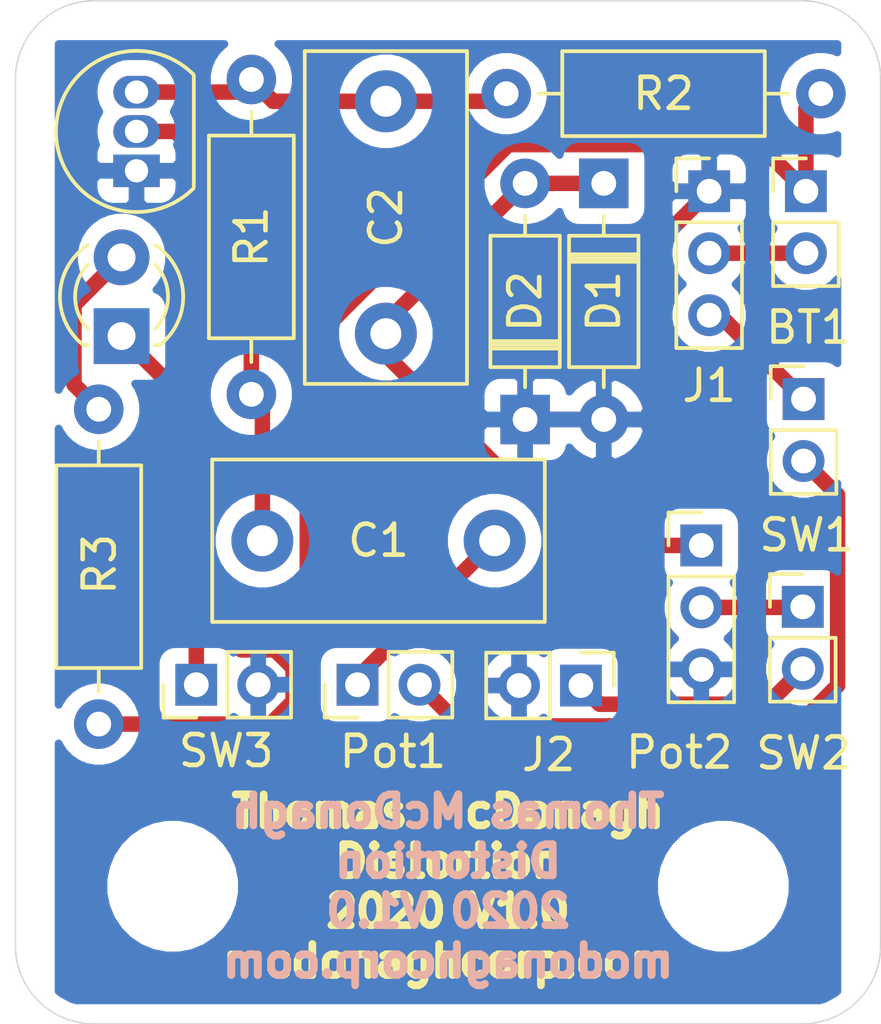
<source format=kicad_pcb>
(kicad_pcb (version 20171130) (host pcbnew "(5.1.6)-1")

  (general
    (thickness 1.6)
    (drawings 10)
    (tracks 52)
    (zones 0)
    (modules 19)
    (nets 14)
  )

  (page A4)
  (layers
    (0 F.Cu signal)
    (31 B.Cu signal)
    (32 B.Adhes user)
    (33 F.Adhes user)
    (34 B.Paste user)
    (35 F.Paste user)
    (36 B.SilkS user)
    (37 F.SilkS user)
    (38 B.Mask user)
    (39 F.Mask user)
    (40 Dwgs.User user)
    (41 Cmts.User user)
    (42 Eco1.User user)
    (43 Eco2.User user)
    (44 Edge.Cuts user)
    (45 Margin user)
    (46 B.CrtYd user)
    (47 F.CrtYd user)
    (48 B.Fab user)
    (49 F.Fab user hide)
  )

  (setup
    (last_trace_width 0.5)
    (user_trace_width 0.5)
    (user_trace_width 0.75)
    (user_trace_width 1)
    (trace_clearance 0.2)
    (zone_clearance 0.508)
    (zone_45_only no)
    (trace_min 0.2)
    (via_size 0.8)
    (via_drill 0.4)
    (via_min_size 0.4)
    (via_min_drill 0.3)
    (uvia_size 0.3)
    (uvia_drill 0.1)
    (uvias_allowed no)
    (uvia_min_size 0.2)
    (uvia_min_drill 0.1)
    (edge_width 0.05)
    (segment_width 0.2)
    (pcb_text_width 0.3)
    (pcb_text_size 1.5 1.5)
    (mod_edge_width 0.12)
    (mod_text_size 1 1)
    (mod_text_width 0.15)
    (pad_size 1.524 1.524)
    (pad_drill 0.762)
    (pad_to_mask_clearance 0.05)
    (aux_axis_origin 0 0)
    (visible_elements 7FFFFFFF)
    (pcbplotparams
      (layerselection 0x010fc_ffffffff)
      (usegerberextensions false)
      (usegerberattributes true)
      (usegerberadvancedattributes true)
      (creategerberjobfile true)
      (excludeedgelayer true)
      (linewidth 0.100000)
      (plotframeref false)
      (viasonmask false)
      (mode 1)
      (useauxorigin false)
      (hpglpennumber 1)
      (hpglpenspeed 20)
      (hpglpendiameter 15.000000)
      (psnegative false)
      (psa4output false)
      (plotreference true)
      (plotvalue true)
      (plotinvisibletext false)
      (padsonsilk false)
      (subtractmaskfromsilk false)
      (outputformat 1)
      (mirror false)
      (drillshape 0)
      (scaleselection 1)
      (outputdirectory "Gerbers/"))
  )

  (net 0 "")
  (net 1 "Net-(BT1-Pad1)")
  (net 2 "Net-(BT1-Pad2)")
  (net 3 "Net-(C1-Pad2)")
  (net 4 "Net-(C1-Pad1)")
  (net 5 "Net-(C2-Pad1)")
  (net 6 "Net-(C2-Pad2)")
  (net 7 GND)
  (net 8 "Net-(J1-Pad3)")
  (net 9 "Net-(J2-Pad1)")
  (net 10 "Net-(Pot1-Pad2)")
  (net 11 "Net-(Pot2-Pad2)")
  (net 12 "Net-(D3-Pad1)")
  (net 13 "Net-(D3-Pad2)")

  (net_class Default "This is the default net class."
    (clearance 0.2)
    (trace_width 0.25)
    (via_dia 0.8)
    (via_drill 0.4)
    (uvia_dia 0.3)
    (uvia_drill 0.1)
    (add_net GND)
    (add_net "Net-(BT1-Pad1)")
    (add_net "Net-(BT1-Pad2)")
    (add_net "Net-(C1-Pad1)")
    (add_net "Net-(C1-Pad2)")
    (add_net "Net-(C2-Pad1)")
    (add_net "Net-(C2-Pad2)")
    (add_net "Net-(D3-Pad1)")
    (add_net "Net-(D3-Pad2)")
    (add_net "Net-(J1-Pad3)")
    (add_net "Net-(J2-Pad1)")
    (add_net "Net-(Pot1-Pad2)")
    (add_net "Net-(Pot2-Pad2)")
  )

  (module MountingHole:MountingHole_3.2mm_M3 (layer F.Cu) (tedit 56D1B4CB) (tstamp 5F7BEB8E)
    (at 144.78 112.395)
    (descr "Mounting Hole 3.2mm, no annular, M3")
    (tags "mounting hole 3.2mm no annular m3")
    (attr virtual)
    (fp_text reference REF** (at 0 0) (layer F.SilkS) hide
      (effects (font (size 1 1) (thickness 0.15)))
    )
    (fp_text value MountingHole_3.2mm_M3 (at 0 4.2) (layer F.Fab)
      (effects (font (size 1 1) (thickness 0.15)))
    )
    (fp_circle (center 0 0) (end 3.2 0) (layer Cmts.User) (width 0.15))
    (fp_circle (center 0 0) (end 3.45 0) (layer F.CrtYd) (width 0.05))
    (fp_text user %R (at 0.3 0) (layer F.Fab)
      (effects (font (size 1 1) (thickness 0.15)))
    )
    (pad 1 np_thru_hole circle (at 0 0) (size 3.2 3.2) (drill 3.2) (layers *.Cu *.Mask))
  )

  (module MountingHole:MountingHole_3.2mm_M3 (layer F.Cu) (tedit 56D1B4CB) (tstamp 5F7BEBCC)
    (at 127 112.395)
    (descr "Mounting Hole 3.2mm, no annular, M3")
    (tags "mounting hole 3.2mm no annular m3")
    (attr virtual)
    (fp_text reference REF** (at 0 0) (layer F.SilkS) hide
      (effects (font (size 1 1) (thickness 0.15)))
    )
    (fp_text value MountingHole_3.2mm_M3 (at 0 4.2) (layer F.Fab)
      (effects (font (size 1 1) (thickness 0.15)))
    )
    (fp_text user %R (at 0.3 0) (layer F.Fab)
      (effects (font (size 1 1) (thickness 0.15)))
    )
    (fp_circle (center 0 0) (end 3.2 0) (layer Cmts.User) (width 0.15))
    (fp_circle (center 0 0) (end 3.45 0) (layer F.CrtYd) (width 0.05))
    (pad 1 np_thru_hole circle (at 0 0) (size 3.2 3.2) (drill 3.2) (layers *.Cu *.Mask))
  )

  (module Connector_PinHeader_2.00mm:PinHeader_1x03_P2.00mm_Vertical (layer F.Cu) (tedit 59FED667) (tstamp 5F7BAD4E)
    (at 144.0688 101.3968)
    (descr "Through hole straight pin header, 1x03, 2.00mm pitch, single row")
    (tags "Through hole pin header THT 1x03 2.00mm single row")
    (path /5F7C09B6)
    (fp_text reference Pot2 (at -0.7112 6.6802 180) (layer F.SilkS)
      (effects (font (size 1 1) (thickness 0.15)))
    )
    (fp_text value R_POT (at 0 6.06) (layer F.Fab)
      (effects (font (size 1 1) (thickness 0.15)))
    )
    (fp_line (start 1.5 -1.5) (end -1.5 -1.5) (layer F.CrtYd) (width 0.05))
    (fp_line (start 1.5 5.5) (end 1.5 -1.5) (layer F.CrtYd) (width 0.05))
    (fp_line (start -1.5 5.5) (end 1.5 5.5) (layer F.CrtYd) (width 0.05))
    (fp_line (start -1.5 -1.5) (end -1.5 5.5) (layer F.CrtYd) (width 0.05))
    (fp_line (start -1.06 -1.06) (end 0 -1.06) (layer F.SilkS) (width 0.12))
    (fp_line (start -1.06 0) (end -1.06 -1.06) (layer F.SilkS) (width 0.12))
    (fp_line (start -1.06 1) (end 1.06 1) (layer F.SilkS) (width 0.12))
    (fp_line (start 1.06 1) (end 1.06 5.06) (layer F.SilkS) (width 0.12))
    (fp_line (start -1.06 1) (end -1.06 5.06) (layer F.SilkS) (width 0.12))
    (fp_line (start -1.06 5.06) (end 1.06 5.06) (layer F.SilkS) (width 0.12))
    (fp_line (start -1 -0.5) (end -0.5 -1) (layer F.Fab) (width 0.1))
    (fp_line (start -1 5) (end -1 -0.5) (layer F.Fab) (width 0.1))
    (fp_line (start 1 5) (end -1 5) (layer F.Fab) (width 0.1))
    (fp_line (start 1 -1) (end 1 5) (layer F.Fab) (width 0.1))
    (fp_line (start -0.5 -1) (end 1 -1) (layer F.Fab) (width 0.1))
    (fp_text user %R (at 0 2 90) (layer F.Fab)
      (effects (font (size 1 1) (thickness 0.15)))
    )
    (pad 3 thru_hole oval (at 0 4) (size 1.35 1.35) (drill 0.8) (layers *.Cu *.Mask)
      (net 7 GND))
    (pad 2 thru_hole oval (at 0 2) (size 1.35 1.35) (drill 0.8) (layers *.Cu *.Mask)
      (net 11 "Net-(Pot2-Pad2)"))
    (pad 1 thru_hole rect (at 0 0) (size 1.35 1.35) (drill 0.8) (layers *.Cu *.Mask)
      (net 5 "Net-(C2-Pad1)"))
    (model ${KISYS3DMOD}/Connector_PinHeader_2.00mm.3dshapes/PinHeader_1x03_P2.00mm_Vertical.wrl
      (at (xyz 0 0 0))
      (scale (xyz 1 1 1))
      (rotate (xyz 0 0 0))
    )
  )

  (module Connector_PinHeader_2.00mm:PinHeader_1x02_P2.00mm_Vertical (layer F.Cu) (tedit 59FED667) (tstamp 5F7BAC50)
    (at 147.447 89.9668)
    (descr "Through hole straight pin header, 1x02, 2.00mm pitch, single row")
    (tags "Through hole pin header THT 1x02 2.00mm single row")
    (path /5F7B42C9)
    (fp_text reference BT1 (at 0.0762 4.3942 180) (layer F.SilkS)
      (effects (font (size 1 1) (thickness 0.15)))
    )
    (fp_text value Battery (at 0 4.06) (layer F.Fab)
      (effects (font (size 1 1) (thickness 0.15)))
    )
    (fp_line (start -0.5 -1) (end 1 -1) (layer F.Fab) (width 0.1))
    (fp_line (start 1 -1) (end 1 3) (layer F.Fab) (width 0.1))
    (fp_line (start 1 3) (end -1 3) (layer F.Fab) (width 0.1))
    (fp_line (start -1 3) (end -1 -0.5) (layer F.Fab) (width 0.1))
    (fp_line (start -1 -0.5) (end -0.5 -1) (layer F.Fab) (width 0.1))
    (fp_line (start -1.06 3.06) (end 1.06 3.06) (layer F.SilkS) (width 0.12))
    (fp_line (start -1.06 1) (end -1.06 3.06) (layer F.SilkS) (width 0.12))
    (fp_line (start 1.06 1) (end 1.06 3.06) (layer F.SilkS) (width 0.12))
    (fp_line (start -1.06 1) (end 1.06 1) (layer F.SilkS) (width 0.12))
    (fp_line (start -1.06 0) (end -1.06 -1.06) (layer F.SilkS) (width 0.12))
    (fp_line (start -1.06 -1.06) (end 0 -1.06) (layer F.SilkS) (width 0.12))
    (fp_line (start -1.5 -1.5) (end -1.5 3.5) (layer F.CrtYd) (width 0.05))
    (fp_line (start -1.5 3.5) (end 1.5 3.5) (layer F.CrtYd) (width 0.05))
    (fp_line (start 1.5 3.5) (end 1.5 -1.5) (layer F.CrtYd) (width 0.05))
    (fp_line (start 1.5 -1.5) (end -1.5 -1.5) (layer F.CrtYd) (width 0.05))
    (fp_text user %R (at 0 1 90) (layer F.Fab)
      (effects (font (size 1 1) (thickness 0.15)))
    )
    (pad 1 thru_hole rect (at 0 0) (size 1.35 1.35) (drill 0.8) (layers *.Cu *.Mask)
      (net 1 "Net-(BT1-Pad1)"))
    (pad 2 thru_hole oval (at 0 2) (size 1.35 1.35) (drill 0.8) (layers *.Cu *.Mask)
      (net 2 "Net-(BT1-Pad2)"))
    (model ${KISYS3DMOD}/Connector_PinHeader_2.00mm.3dshapes/PinHeader_1x02_P2.00mm_Vertical.wrl
      (at (xyz 0 0 0))
      (scale (xyz 1 1 1))
      (rotate (xyz 0 0 0))
    )
  )

  (module Capacitor_THT:C_Disc_D10.5mm_W5.0mm_P7.50mm (layer F.Cu) (tedit 5AE50EF0) (tstamp 5F7BAC63)
    (at 129.8956 101.2444)
    (descr "C, Disc series, Radial, pin pitch=7.50mm, , diameter*width=10.5*5.0mm^2, Capacitor, http://www.vishay.com/docs/28535/vy2series.pdf")
    (tags "C Disc series Radial pin pitch 7.50mm  diameter 10.5mm width 5.0mm Capacitor")
    (path /5F7B60D7)
    (fp_text reference C1 (at 3.75 -0.006401) (layer F.SilkS)
      (effects (font (size 1 1) (thickness 0.15)))
    )
    (fp_text value C (at 3.279199 -0.006401) (layer F.Fab) hide
      (effects (font (size 1 1) (thickness 0.15)))
    )
    (fp_line (start 9.25 -2.75) (end -1.75 -2.75) (layer F.CrtYd) (width 0.05))
    (fp_line (start 9.25 2.75) (end 9.25 -2.75) (layer F.CrtYd) (width 0.05))
    (fp_line (start -1.75 2.75) (end 9.25 2.75) (layer F.CrtYd) (width 0.05))
    (fp_line (start -1.75 -2.75) (end -1.75 2.75) (layer F.CrtYd) (width 0.05))
    (fp_line (start 9.12 -2.62) (end 9.12 2.62) (layer F.SilkS) (width 0.12))
    (fp_line (start -1.62 -2.62) (end -1.62 2.62) (layer F.SilkS) (width 0.12))
    (fp_line (start -1.62 2.62) (end 9.12 2.62) (layer F.SilkS) (width 0.12))
    (fp_line (start -1.62 -2.62) (end 9.12 -2.62) (layer F.SilkS) (width 0.12))
    (fp_line (start 9 -2.5) (end -1.5 -2.5) (layer F.Fab) (width 0.1))
    (fp_line (start 9 2.5) (end 9 -2.5) (layer F.Fab) (width 0.1))
    (fp_line (start -1.5 2.5) (end 9 2.5) (layer F.Fab) (width 0.1))
    (fp_line (start -1.5 -2.5) (end -1.5 2.5) (layer F.Fab) (width 0.1))
    (fp_text user %R (at 3.75 0) (layer F.Fab)
      (effects (font (size 1 1) (thickness 0.15)))
    )
    (pad 2 thru_hole circle (at 7.5 0) (size 2 2) (drill 1) (layers *.Cu *.Mask)
      (net 3 "Net-(C1-Pad2)"))
    (pad 1 thru_hole circle (at 0 0) (size 2 2) (drill 1) (layers *.Cu *.Mask)
      (net 4 "Net-(C1-Pad1)"))
    (model ${KISYS3DMOD}/Capacitor_THT.3dshapes/C_Disc_D10.5mm_W5.0mm_P7.50mm.wrl
      (at (xyz 0 0 0))
      (scale (xyz 1 1 1))
      (rotate (xyz 0 0 0))
    )
  )

  (module Capacitor_THT:C_Disc_D10.5mm_W5.0mm_P7.50mm (layer F.Cu) (tedit 5AE50EF0) (tstamp 5F7BAC76)
    (at 133.8834 94.5642 90)
    (descr "C, Disc series, Radial, pin pitch=7.50mm, , diameter*width=10.5*5.0mm^2, Capacitor, http://www.vishay.com/docs/28535/vy2series.pdf")
    (tags "C Disc series Radial pin pitch 7.50mm  diameter 10.5mm width 5.0mm Capacitor")
    (path /5F7B5C61)
    (fp_text reference C2 (at 3.75 0 90) (layer F.SilkS)
      (effects (font (size 1 1) (thickness 0.15)))
    )
    (fp_text value C (at 3.2766 0 90) (layer F.Fab)
      (effects (font (size 1 1) (thickness 0.15)))
    )
    (fp_line (start -1.5 -2.5) (end -1.5 2.5) (layer F.Fab) (width 0.1))
    (fp_line (start -1.5 2.5) (end 9 2.5) (layer F.Fab) (width 0.1))
    (fp_line (start 9 2.5) (end 9 -2.5) (layer F.Fab) (width 0.1))
    (fp_line (start 9 -2.5) (end -1.5 -2.5) (layer F.Fab) (width 0.1))
    (fp_line (start -1.62 -2.62) (end 9.12 -2.62) (layer F.SilkS) (width 0.12))
    (fp_line (start -1.62 2.62) (end 9.12 2.62) (layer F.SilkS) (width 0.12))
    (fp_line (start -1.62 -2.62) (end -1.62 2.62) (layer F.SilkS) (width 0.12))
    (fp_line (start 9.12 -2.62) (end 9.12 2.62) (layer F.SilkS) (width 0.12))
    (fp_line (start -1.75 -2.75) (end -1.75 2.75) (layer F.CrtYd) (width 0.05))
    (fp_line (start -1.75 2.75) (end 9.25 2.75) (layer F.CrtYd) (width 0.05))
    (fp_line (start 9.25 2.75) (end 9.25 -2.75) (layer F.CrtYd) (width 0.05))
    (fp_line (start 9.25 -2.75) (end -1.75 -2.75) (layer F.CrtYd) (width 0.05))
    (fp_text user %R (at 3.75 0 90) (layer F.Fab)
      (effects (font (size 1 1) (thickness 0.15)))
    )
    (pad 1 thru_hole circle (at 0 0 90) (size 2 2) (drill 1) (layers *.Cu *.Mask)
      (net 5 "Net-(C2-Pad1)"))
    (pad 2 thru_hole circle (at 7.5 0 90) (size 2 2) (drill 1) (layers *.Cu *.Mask)
      (net 6 "Net-(C2-Pad2)"))
    (model ${KISYS3DMOD}/Capacitor_THT.3dshapes/C_Disc_D10.5mm_W5.0mm_P7.50mm.wrl
      (at (xyz 0 0 0))
      (scale (xyz 1 1 1))
      (rotate (xyz 0 0 0))
    )
  )

  (module Diode_THT:D_DO-35_SOD27_P7.62mm_Horizontal (layer F.Cu) (tedit 5AE50CD5) (tstamp 5F7BAC95)
    (at 140.9192 89.7128 270)
    (descr "Diode, DO-35_SOD27 series, Axial, Horizontal, pin pitch=7.62mm, , length*diameter=4*2mm^2, , http://www.diodes.com/_files/packages/DO-35.pdf")
    (tags "Diode DO-35_SOD27 series Axial Horizontal pin pitch 7.62mm  length 4mm diameter 2mm")
    (path /5F7BD343)
    (fp_text reference D1 (at 3.81 0 90) (layer F.SilkS)
      (effects (font (size 1 1) (thickness 0.15)))
    )
    (fp_text value 1N4148 (at 3.81 2.12 90) (layer F.Fab) hide
      (effects (font (size 1 1) (thickness 0.15)))
    )
    (fp_line (start 1.81 -1) (end 1.81 1) (layer F.Fab) (width 0.1))
    (fp_line (start 1.81 1) (end 5.81 1) (layer F.Fab) (width 0.1))
    (fp_line (start 5.81 1) (end 5.81 -1) (layer F.Fab) (width 0.1))
    (fp_line (start 5.81 -1) (end 1.81 -1) (layer F.Fab) (width 0.1))
    (fp_line (start 0 0) (end 1.81 0) (layer F.Fab) (width 0.1))
    (fp_line (start 7.62 0) (end 5.81 0) (layer F.Fab) (width 0.1))
    (fp_line (start 2.41 -1) (end 2.41 1) (layer F.Fab) (width 0.1))
    (fp_line (start 2.51 -1) (end 2.51 1) (layer F.Fab) (width 0.1))
    (fp_line (start 2.31 -1) (end 2.31 1) (layer F.Fab) (width 0.1))
    (fp_line (start 1.69 -1.12) (end 1.69 1.12) (layer F.SilkS) (width 0.12))
    (fp_line (start 1.69 1.12) (end 5.93 1.12) (layer F.SilkS) (width 0.12))
    (fp_line (start 5.93 1.12) (end 5.93 -1.12) (layer F.SilkS) (width 0.12))
    (fp_line (start 5.93 -1.12) (end 1.69 -1.12) (layer F.SilkS) (width 0.12))
    (fp_line (start 1.04 0) (end 1.69 0) (layer F.SilkS) (width 0.12))
    (fp_line (start 6.58 0) (end 5.93 0) (layer F.SilkS) (width 0.12))
    (fp_line (start 2.41 -1.12) (end 2.41 1.12) (layer F.SilkS) (width 0.12))
    (fp_line (start 2.53 -1.12) (end 2.53 1.12) (layer F.SilkS) (width 0.12))
    (fp_line (start 2.29 -1.12) (end 2.29 1.12) (layer F.SilkS) (width 0.12))
    (fp_line (start -1.05 -1.25) (end -1.05 1.25) (layer F.CrtYd) (width 0.05))
    (fp_line (start -1.05 1.25) (end 8.67 1.25) (layer F.CrtYd) (width 0.05))
    (fp_line (start 8.67 1.25) (end 8.67 -1.25) (layer F.CrtYd) (width 0.05))
    (fp_line (start 8.67 -1.25) (end -1.05 -1.25) (layer F.CrtYd) (width 0.05))
    (fp_text user %R (at 4.11 0 90) (layer F.Fab)
      (effects (font (size 0.8 0.8) (thickness 0.12)))
    )
    (pad 1 thru_hole rect (at 0 0 270) (size 1.6 1.6) (drill 0.8) (layers *.Cu *.Mask)
      (net 5 "Net-(C2-Pad1)"))
    (pad 2 thru_hole oval (at 7.62 0 270) (size 1.6 1.6) (drill 0.8) (layers *.Cu *.Mask)
      (net 7 GND))
    (model ${KISYS3DMOD}/Diode_THT.3dshapes/D_DO-35_SOD27_P7.62mm_Horizontal.wrl
      (at (xyz 0 0 0))
      (scale (xyz 1 1 1))
      (rotate (xyz 0 0 0))
    )
  )

  (module Diode_THT:D_DO-35_SOD27_P7.62mm_Horizontal (layer F.Cu) (tedit 5AE50CD5) (tstamp 5F7BC809)
    (at 138.3792 97.3328 90)
    (descr "Diode, DO-35_SOD27 series, Axial, Horizontal, pin pitch=7.62mm, , length*diameter=4*2mm^2, , http://www.diodes.com/_files/packages/DO-35.pdf")
    (tags "Diode DO-35_SOD27 series Axial Horizontal pin pitch 7.62mm  length 4mm diameter 2mm")
    (path /5F7BDC99)
    (fp_text reference D2 (at 3.81 0 90) (layer F.SilkS)
      (effects (font (size 1 1) (thickness 0.15)))
    )
    (fp_text value 1N4148 (at 3.81 2.12 90) (layer F.Fab) hide
      (effects (font (size 1 1) (thickness 0.15)))
    )
    (fp_line (start 8.67 -1.25) (end -1.05 -1.25) (layer F.CrtYd) (width 0.05))
    (fp_line (start 8.67 1.25) (end 8.67 -1.25) (layer F.CrtYd) (width 0.05))
    (fp_line (start -1.05 1.25) (end 8.67 1.25) (layer F.CrtYd) (width 0.05))
    (fp_line (start -1.05 -1.25) (end -1.05 1.25) (layer F.CrtYd) (width 0.05))
    (fp_line (start 2.29 -1.12) (end 2.29 1.12) (layer F.SilkS) (width 0.12))
    (fp_line (start 2.53 -1.12) (end 2.53 1.12) (layer F.SilkS) (width 0.12))
    (fp_line (start 2.41 -1.12) (end 2.41 1.12) (layer F.SilkS) (width 0.12))
    (fp_line (start 6.58 0) (end 5.93 0) (layer F.SilkS) (width 0.12))
    (fp_line (start 1.04 0) (end 1.69 0) (layer F.SilkS) (width 0.12))
    (fp_line (start 5.93 -1.12) (end 1.69 -1.12) (layer F.SilkS) (width 0.12))
    (fp_line (start 5.93 1.12) (end 5.93 -1.12) (layer F.SilkS) (width 0.12))
    (fp_line (start 1.69 1.12) (end 5.93 1.12) (layer F.SilkS) (width 0.12))
    (fp_line (start 1.69 -1.12) (end 1.69 1.12) (layer F.SilkS) (width 0.12))
    (fp_line (start 2.31 -1) (end 2.31 1) (layer F.Fab) (width 0.1))
    (fp_line (start 2.51 -1) (end 2.51 1) (layer F.Fab) (width 0.1))
    (fp_line (start 2.41 -1) (end 2.41 1) (layer F.Fab) (width 0.1))
    (fp_line (start 7.62 0) (end 5.81 0) (layer F.Fab) (width 0.1))
    (fp_line (start 0 0) (end 1.81 0) (layer F.Fab) (width 0.1))
    (fp_line (start 5.81 -1) (end 1.81 -1) (layer F.Fab) (width 0.1))
    (fp_line (start 5.81 1) (end 5.81 -1) (layer F.Fab) (width 0.1))
    (fp_line (start 1.81 1) (end 5.81 1) (layer F.Fab) (width 0.1))
    (fp_line (start 1.81 -1) (end 1.81 1) (layer F.Fab) (width 0.1))
    (fp_text user %R (at 4.11 0 90) (layer F.Fab)
      (effects (font (size 0.8 0.8) (thickness 0.12)))
    )
    (pad 2 thru_hole oval (at 7.62 0 90) (size 1.6 1.6) (drill 0.8) (layers *.Cu *.Mask)
      (net 5 "Net-(C2-Pad1)"))
    (pad 1 thru_hole rect (at 0 0 90) (size 1.6 1.6) (drill 0.8) (layers *.Cu *.Mask)
      (net 7 GND))
    (model ${KISYS3DMOD}/Diode_THT.3dshapes/D_DO-35_SOD27_P7.62mm_Horizontal.wrl
      (at (xyz 0 0 0))
      (scale (xyz 1 1 1))
      (rotate (xyz 0 0 0))
    )
  )

  (module Connector_PinHeader_2.00mm:PinHeader_1x03_P2.00mm_Vertical (layer F.Cu) (tedit 59FED667) (tstamp 5F7BACCB)
    (at 144.3228 89.9668)
    (descr "Through hole straight pin header, 1x03, 2.00mm pitch, single row")
    (tags "Through hole pin header THT 1x03 2.00mm single row")
    (path /5F7B3E3A)
    (fp_text reference J1 (at 0 6.2738 180) (layer F.SilkS)
      (effects (font (size 1 1) (thickness 0.15)))
    )
    (fp_text value AudioJack3 (at 0 6.06) (layer F.Fab)
      (effects (font (size 1 1) (thickness 0.15)))
    )
    (fp_line (start -0.5 -1) (end 1 -1) (layer F.Fab) (width 0.1))
    (fp_line (start 1 -1) (end 1 5) (layer F.Fab) (width 0.1))
    (fp_line (start 1 5) (end -1 5) (layer F.Fab) (width 0.1))
    (fp_line (start -1 5) (end -1 -0.5) (layer F.Fab) (width 0.1))
    (fp_line (start -1 -0.5) (end -0.5 -1) (layer F.Fab) (width 0.1))
    (fp_line (start -1.06 5.06) (end 1.06 5.06) (layer F.SilkS) (width 0.12))
    (fp_line (start -1.06 1) (end -1.06 5.06) (layer F.SilkS) (width 0.12))
    (fp_line (start 1.06 1) (end 1.06 5.06) (layer F.SilkS) (width 0.12))
    (fp_line (start -1.06 1) (end 1.06 1) (layer F.SilkS) (width 0.12))
    (fp_line (start -1.06 0) (end -1.06 -1.06) (layer F.SilkS) (width 0.12))
    (fp_line (start -1.06 -1.06) (end 0 -1.06) (layer F.SilkS) (width 0.12))
    (fp_line (start -1.5 -1.5) (end -1.5 5.5) (layer F.CrtYd) (width 0.05))
    (fp_line (start -1.5 5.5) (end 1.5 5.5) (layer F.CrtYd) (width 0.05))
    (fp_line (start 1.5 5.5) (end 1.5 -1.5) (layer F.CrtYd) (width 0.05))
    (fp_line (start 1.5 -1.5) (end -1.5 -1.5) (layer F.CrtYd) (width 0.05))
    (fp_text user %R (at 0 2 90) (layer F.Fab)
      (effects (font (size 1 1) (thickness 0.15)))
    )
    (pad 1 thru_hole rect (at 0 0) (size 1.35 1.35) (drill 0.8) (layers *.Cu *.Mask)
      (net 7 GND))
    (pad 2 thru_hole oval (at 0 2) (size 1.35 1.35) (drill 0.8) (layers *.Cu *.Mask)
      (net 2 "Net-(BT1-Pad2)"))
    (pad 3 thru_hole oval (at 0 4) (size 1.35 1.35) (drill 0.8) (layers *.Cu *.Mask)
      (net 8 "Net-(J1-Pad3)"))
    (model ${KISYS3DMOD}/Connector_PinHeader_2.00mm.3dshapes/PinHeader_1x03_P2.00mm_Vertical.wrl
      (at (xyz 0 0 0))
      (scale (xyz 1 1 1))
      (rotate (xyz 0 0 0))
    )
  )

  (module Connector_PinHeader_2.00mm:PinHeader_1x02_P2.00mm_Vertical (layer F.Cu) (tedit 59FED667) (tstamp 5F7BACE1)
    (at 140.1826 105.918 270)
    (descr "Through hole straight pin header, 1x02, 2.00mm pitch, single row")
    (tags "Through hole pin header THT 1x02 2.00mm single row")
    (path /5F7C3141)
    (fp_text reference J2 (at 2.2352 1.0414 180) (layer F.SilkS)
      (effects (font (size 1 1) (thickness 0.15)))
    )
    (fp_text value AudioJack2 (at 0 4.06 90) (layer F.Fab)
      (effects (font (size 1 1) (thickness 0.15)))
    )
    (fp_line (start -0.5 -1) (end 1 -1) (layer F.Fab) (width 0.1))
    (fp_line (start 1 -1) (end 1 3) (layer F.Fab) (width 0.1))
    (fp_line (start 1 3) (end -1 3) (layer F.Fab) (width 0.1))
    (fp_line (start -1 3) (end -1 -0.5) (layer F.Fab) (width 0.1))
    (fp_line (start -1 -0.5) (end -0.5 -1) (layer F.Fab) (width 0.1))
    (fp_line (start -1.06 3.06) (end 1.06 3.06) (layer F.SilkS) (width 0.12))
    (fp_line (start -1.06 1) (end -1.06 3.06) (layer F.SilkS) (width 0.12))
    (fp_line (start 1.06 1) (end 1.06 3.06) (layer F.SilkS) (width 0.12))
    (fp_line (start -1.06 1) (end 1.06 1) (layer F.SilkS) (width 0.12))
    (fp_line (start -1.06 0) (end -1.06 -1.06) (layer F.SilkS) (width 0.12))
    (fp_line (start -1.06 -1.06) (end 0 -1.06) (layer F.SilkS) (width 0.12))
    (fp_line (start -1.5 -1.5) (end -1.5 3.5) (layer F.CrtYd) (width 0.05))
    (fp_line (start -1.5 3.5) (end 1.5 3.5) (layer F.CrtYd) (width 0.05))
    (fp_line (start 1.5 3.5) (end 1.5 -1.5) (layer F.CrtYd) (width 0.05))
    (fp_line (start 1.5 -1.5) (end -1.5 -1.5) (layer F.CrtYd) (width 0.05))
    (fp_text user %R (at 0 1) (layer F.Fab)
      (effects (font (size 1 1) (thickness 0.15)))
    )
    (pad 1 thru_hole rect (at 0 0 270) (size 1.35 1.35) (drill 0.8) (layers *.Cu *.Mask)
      (net 9 "Net-(J2-Pad1)"))
    (pad 2 thru_hole oval (at 0 2 270) (size 1.35 1.35) (drill 0.8) (layers *.Cu *.Mask)
      (net 7 GND))
    (model ${KISYS3DMOD}/Connector_PinHeader_2.00mm.3dshapes/PinHeader_1x02_P2.00mm_Vertical.wrl
      (at (xyz 0 0 0))
      (scale (xyz 1 1 1))
      (rotate (xyz 0 0 0))
    )
  )

  (module Package_TO_SOT_THT:TO-92_Inline (layer F.Cu) (tedit 5A1DD157) (tstamp 5F7BACF3)
    (at 125.8316 89.3064 90)
    (descr "TO-92 leads in-line, narrow, oval pads, drill 0.75mm (see NXP sot054_po.pdf)")
    (tags "to-92 sc-43 sc-43a sot54 PA33 transistor")
    (path /5F7BAA13)
    (fp_text reference Q1 (at 1.524 -1.8288 180) (layer F.SilkS) hide
      (effects (font (size 1 1) (thickness 0.15)))
    )
    (fp_text value 2N3904 (at 1.27 2.79 90) (layer F.Fab) hide
      (effects (font (size 1 1) (thickness 0.15)))
    )
    (fp_line (start -0.53 1.85) (end 3.07 1.85) (layer F.SilkS) (width 0.12))
    (fp_line (start -0.5 1.75) (end 3 1.75) (layer F.Fab) (width 0.1))
    (fp_line (start -1.46 -2.73) (end 4 -2.73) (layer F.CrtYd) (width 0.05))
    (fp_line (start -1.46 -2.73) (end -1.46 2.01) (layer F.CrtYd) (width 0.05))
    (fp_line (start 4 2.01) (end 4 -2.73) (layer F.CrtYd) (width 0.05))
    (fp_line (start 4 2.01) (end -1.46 2.01) (layer F.CrtYd) (width 0.05))
    (fp_text user %R (at 1.27 -3.56 90) (layer F.Fab)
      (effects (font (size 1 1) (thickness 0.15)))
    )
    (fp_arc (start 1.27 0) (end 1.27 -2.48) (angle 135) (layer F.Fab) (width 0.1))
    (fp_arc (start 1.27 0) (end 1.27 -2.6) (angle -135) (layer F.SilkS) (width 0.12))
    (fp_arc (start 1.27 0) (end 1.27 -2.48) (angle -135) (layer F.Fab) (width 0.1))
    (fp_arc (start 1.27 0) (end 1.27 -2.6) (angle 135) (layer F.SilkS) (width 0.12))
    (pad 2 thru_hole oval (at 1.27 0 90) (size 1.05 1.5) (drill 0.75) (layers *.Cu *.Mask)
      (net 4 "Net-(C1-Pad1)"))
    (pad 3 thru_hole oval (at 2.54 0 90) (size 1.05 1.5) (drill 0.75) (layers *.Cu *.Mask)
      (net 6 "Net-(C2-Pad2)"))
    (pad 1 thru_hole rect (at 0 0 90) (size 1.05 1.5) (drill 0.75) (layers *.Cu *.Mask)
      (net 7 GND))
    (model ${KISYS3DMOD}/Package_TO_SOT_THT.3dshapes/TO-92_Inline.wrl
      (at (xyz 0 0 0))
      (scale (xyz 1 1 1))
      (rotate (xyz 0 0 0))
    )
  )

  (module Resistor_THT:R_Axial_DIN0207_L6.3mm_D2.5mm_P10.16mm_Horizontal (layer F.Cu) (tedit 5AE5139B) (tstamp 5F7BBAAA)
    (at 129.54 96.52 90)
    (descr "Resistor, Axial_DIN0207 series, Axial, Horizontal, pin pitch=10.16mm, 0.25W = 1/4W, length*diameter=6.3*2.5mm^2, http://cdn-reichelt.de/documents/datenblatt/B400/1_4W%23YAG.pdf")
    (tags "Resistor Axial_DIN0207 series Axial Horizontal pin pitch 10.16mm 0.25W = 1/4W length 6.3mm diameter 2.5mm")
    (path /5F7BA576)
    (fp_text reference R1 (at 5.08 0 90) (layer F.SilkS)
      (effects (font (size 1 1) (thickness 0.15)))
    )
    (fp_text value R (at 4.5974 0 90) (layer F.Fab)
      (effects (font (size 1 1) (thickness 0.15)))
    )
    (fp_line (start 11.21 -1.5) (end -1.05 -1.5) (layer F.CrtYd) (width 0.05))
    (fp_line (start 11.21 1.5) (end 11.21 -1.5) (layer F.CrtYd) (width 0.05))
    (fp_line (start -1.05 1.5) (end 11.21 1.5) (layer F.CrtYd) (width 0.05))
    (fp_line (start -1.05 -1.5) (end -1.05 1.5) (layer F.CrtYd) (width 0.05))
    (fp_line (start 9.12 0) (end 8.35 0) (layer F.SilkS) (width 0.12))
    (fp_line (start 1.04 0) (end 1.81 0) (layer F.SilkS) (width 0.12))
    (fp_line (start 8.35 -1.37) (end 1.81 -1.37) (layer F.SilkS) (width 0.12))
    (fp_line (start 8.35 1.37) (end 8.35 -1.37) (layer F.SilkS) (width 0.12))
    (fp_line (start 1.81 1.37) (end 8.35 1.37) (layer F.SilkS) (width 0.12))
    (fp_line (start 1.81 -1.37) (end 1.81 1.37) (layer F.SilkS) (width 0.12))
    (fp_line (start 10.16 0) (end 8.23 0) (layer F.Fab) (width 0.1))
    (fp_line (start 0 0) (end 1.93 0) (layer F.Fab) (width 0.1))
    (fp_line (start 8.23 -1.25) (end 1.93 -1.25) (layer F.Fab) (width 0.1))
    (fp_line (start 8.23 1.25) (end 8.23 -1.25) (layer F.Fab) (width 0.1))
    (fp_line (start 1.93 1.25) (end 8.23 1.25) (layer F.Fab) (width 0.1))
    (fp_line (start 1.93 -1.25) (end 1.93 1.25) (layer F.Fab) (width 0.1))
    (fp_text user %R (at 5.08 0 90) (layer F.Fab)
      (effects (font (size 1 1) (thickness 0.15)))
    )
    (pad 2 thru_hole oval (at 10.16 0 90) (size 1.6 1.6) (drill 0.8) (layers *.Cu *.Mask)
      (net 6 "Net-(C2-Pad2)"))
    (pad 1 thru_hole circle (at 0 0 90) (size 1.6 1.6) (drill 0.8) (layers *.Cu *.Mask)
      (net 4 "Net-(C1-Pad1)"))
    (model ${KISYS3DMOD}/Resistor_THT.3dshapes/R_Axial_DIN0207_L6.3mm_D2.5mm_P10.16mm_Horizontal.wrl
      (at (xyz 0 0 0))
      (scale (xyz 1 1 1))
      (rotate (xyz 0 0 0))
    )
  )

  (module Resistor_THT:R_Axial_DIN0207_L6.3mm_D2.5mm_P10.16mm_Horizontal (layer F.Cu) (tedit 5AE5139B) (tstamp 5F7BAD21)
    (at 137.7696 86.8172)
    (descr "Resistor, Axial_DIN0207 series, Axial, Horizontal, pin pitch=10.16mm, 0.25W = 1/4W, length*diameter=6.3*2.5mm^2, http://cdn-reichelt.de/documents/datenblatt/B400/1_4W%23YAG.pdf")
    (tags "Resistor Axial_DIN0207 series Axial Horizontal pin pitch 10.16mm 0.25W = 1/4W length 6.3mm diameter 2.5mm")
    (path /5F7BA118)
    (fp_text reference R2 (at 5.08 0) (layer F.SilkS)
      (effects (font (size 1 1) (thickness 0.15)))
    )
    (fp_text value R (at 4.5974 0) (layer F.Fab) hide
      (effects (font (size 1 1) (thickness 0.15)))
    )
    (fp_line (start 1.93 -1.25) (end 1.93 1.25) (layer F.Fab) (width 0.1))
    (fp_line (start 1.93 1.25) (end 8.23 1.25) (layer F.Fab) (width 0.1))
    (fp_line (start 8.23 1.25) (end 8.23 -1.25) (layer F.Fab) (width 0.1))
    (fp_line (start 8.23 -1.25) (end 1.93 -1.25) (layer F.Fab) (width 0.1))
    (fp_line (start 0 0) (end 1.93 0) (layer F.Fab) (width 0.1))
    (fp_line (start 10.16 0) (end 8.23 0) (layer F.Fab) (width 0.1))
    (fp_line (start 1.81 -1.37) (end 1.81 1.37) (layer F.SilkS) (width 0.12))
    (fp_line (start 1.81 1.37) (end 8.35 1.37) (layer F.SilkS) (width 0.12))
    (fp_line (start 8.35 1.37) (end 8.35 -1.37) (layer F.SilkS) (width 0.12))
    (fp_line (start 8.35 -1.37) (end 1.81 -1.37) (layer F.SilkS) (width 0.12))
    (fp_line (start 1.04 0) (end 1.81 0) (layer F.SilkS) (width 0.12))
    (fp_line (start 9.12 0) (end 8.35 0) (layer F.SilkS) (width 0.12))
    (fp_line (start -1.05 -1.5) (end -1.05 1.5) (layer F.CrtYd) (width 0.05))
    (fp_line (start -1.05 1.5) (end 11.21 1.5) (layer F.CrtYd) (width 0.05))
    (fp_line (start 11.21 1.5) (end 11.21 -1.5) (layer F.CrtYd) (width 0.05))
    (fp_line (start 11.21 -1.5) (end -1.05 -1.5) (layer F.CrtYd) (width 0.05))
    (fp_text user %R (at 5.08 0) (layer F.Fab)
      (effects (font (size 1 1) (thickness 0.15)))
    )
    (pad 1 thru_hole circle (at 0 0) (size 1.6 1.6) (drill 0.8) (layers *.Cu *.Mask)
      (net 6 "Net-(C2-Pad2)"))
    (pad 2 thru_hole oval (at 10.16 0) (size 1.6 1.6) (drill 0.8) (layers *.Cu *.Mask)
      (net 1 "Net-(BT1-Pad1)"))
    (model ${KISYS3DMOD}/Resistor_THT.3dshapes/R_Axial_DIN0207_L6.3mm_D2.5mm_P10.16mm_Horizontal.wrl
      (at (xyz 0 0 0))
      (scale (xyz 1 1 1))
      (rotate (xyz 0 0 0))
    )
  )

  (module Connector_PinHeader_2.00mm:PinHeader_1x02_P2.00mm_Vertical (layer F.Cu) (tedit 59FED667) (tstamp 5F7BAD37)
    (at 132.969 105.8926 90)
    (descr "Through hole straight pin header, 1x02, 2.00mm pitch, single row")
    (tags "Through hole pin header THT 1x02 2.00mm single row")
    (path /5F7B51F2)
    (fp_text reference Pot1 (at -2.159 1.143 180) (layer F.SilkS)
      (effects (font (size 1 1) (thickness 0.15)))
    )
    (fp_text value R_POT (at 0 4.06 90) (layer F.Fab)
      (effects (font (size 1 1) (thickness 0.15)))
    )
    (fp_line (start -0.5 -1) (end 1 -1) (layer F.Fab) (width 0.1))
    (fp_line (start 1 -1) (end 1 3) (layer F.Fab) (width 0.1))
    (fp_line (start 1 3) (end -1 3) (layer F.Fab) (width 0.1))
    (fp_line (start -1 3) (end -1 -0.5) (layer F.Fab) (width 0.1))
    (fp_line (start -1 -0.5) (end -0.5 -1) (layer F.Fab) (width 0.1))
    (fp_line (start -1.06 3.06) (end 1.06 3.06) (layer F.SilkS) (width 0.12))
    (fp_line (start -1.06 1) (end -1.06 3.06) (layer F.SilkS) (width 0.12))
    (fp_line (start 1.06 1) (end 1.06 3.06) (layer F.SilkS) (width 0.12))
    (fp_line (start -1.06 1) (end 1.06 1) (layer F.SilkS) (width 0.12))
    (fp_line (start -1.06 0) (end -1.06 -1.06) (layer F.SilkS) (width 0.12))
    (fp_line (start -1.06 -1.06) (end 0 -1.06) (layer F.SilkS) (width 0.12))
    (fp_line (start -1.5 -1.5) (end -1.5 3.5) (layer F.CrtYd) (width 0.05))
    (fp_line (start -1.5 3.5) (end 1.5 3.5) (layer F.CrtYd) (width 0.05))
    (fp_line (start 1.5 3.5) (end 1.5 -1.5) (layer F.CrtYd) (width 0.05))
    (fp_line (start 1.5 -1.5) (end -1.5 -1.5) (layer F.CrtYd) (width 0.05))
    (fp_text user %R (at 0 1) (layer F.Fab)
      (effects (font (size 1 1) (thickness 0.15)))
    )
    (pad 1 thru_hole rect (at 0 0 90) (size 1.35 1.35) (drill 0.8) (layers *.Cu *.Mask)
      (net 3 "Net-(C1-Pad2)"))
    (pad 2 thru_hole oval (at 0 2 90) (size 1.35 1.35) (drill 0.8) (layers *.Cu *.Mask)
      (net 10 "Net-(Pot1-Pad2)"))
    (model ${KISYS3DMOD}/Connector_PinHeader_2.00mm.3dshapes/PinHeader_1x02_P2.00mm_Vertical.wrl
      (at (xyz 0 0 0))
      (scale (xyz 1 1 1))
      (rotate (xyz 0 0 0))
    )
  )

  (module Connector_PinHeader_2.00mm:PinHeader_1x02_P2.00mm_Vertical (layer F.Cu) (tedit 59FED667) (tstamp 5F7BAD64)
    (at 147.3708 96.6724)
    (descr "Through hole straight pin header, 1x02, 2.00mm pitch, single row")
    (tags "Through hole pin header THT 1x02 2.00mm single row")
    (path /5F7B49D6)
    (fp_text reference SW1 (at 0.1016 4.3942 180) (layer F.SilkS)
      (effects (font (size 1 1) (thickness 0.15)))
    )
    (fp_text value SW_SPST (at 0 4.06) (layer F.Fab)
      (effects (font (size 1 1) (thickness 0.15)))
    )
    (fp_line (start 1.5 -1.5) (end -1.5 -1.5) (layer F.CrtYd) (width 0.05))
    (fp_line (start 1.5 3.5) (end 1.5 -1.5) (layer F.CrtYd) (width 0.05))
    (fp_line (start -1.5 3.5) (end 1.5 3.5) (layer F.CrtYd) (width 0.05))
    (fp_line (start -1.5 -1.5) (end -1.5 3.5) (layer F.CrtYd) (width 0.05))
    (fp_line (start -1.06 -1.06) (end 0 -1.06) (layer F.SilkS) (width 0.12))
    (fp_line (start -1.06 0) (end -1.06 -1.06) (layer F.SilkS) (width 0.12))
    (fp_line (start -1.06 1) (end 1.06 1) (layer F.SilkS) (width 0.12))
    (fp_line (start 1.06 1) (end 1.06 3.06) (layer F.SilkS) (width 0.12))
    (fp_line (start -1.06 1) (end -1.06 3.06) (layer F.SilkS) (width 0.12))
    (fp_line (start -1.06 3.06) (end 1.06 3.06) (layer F.SilkS) (width 0.12))
    (fp_line (start -1 -0.5) (end -0.5 -1) (layer F.Fab) (width 0.1))
    (fp_line (start -1 3) (end -1 -0.5) (layer F.Fab) (width 0.1))
    (fp_line (start 1 3) (end -1 3) (layer F.Fab) (width 0.1))
    (fp_line (start 1 -1) (end 1 3) (layer F.Fab) (width 0.1))
    (fp_line (start -0.5 -1) (end 1 -1) (layer F.Fab) (width 0.1))
    (fp_text user %R (at 0 1 90) (layer F.Fab)
      (effects (font (size 1 1) (thickness 0.15)))
    )
    (pad 2 thru_hole oval (at 0 2) (size 1.35 1.35) (drill 0.8) (layers *.Cu *.Mask)
      (net 10 "Net-(Pot1-Pad2)"))
    (pad 1 thru_hole rect (at 0 0) (size 1.35 1.35) (drill 0.8) (layers *.Cu *.Mask)
      (net 8 "Net-(J1-Pad3)"))
    (model ${KISYS3DMOD}/Connector_PinHeader_2.00mm.3dshapes/PinHeader_1x02_P2.00mm_Vertical.wrl
      (at (xyz 0 0 0))
      (scale (xyz 1 1 1))
      (rotate (xyz 0 0 0))
    )
  )

  (module Connector_PinHeader_2.00mm:PinHeader_1x02_P2.00mm_Vertical (layer F.Cu) (tedit 59FED667) (tstamp 5F7BAD7A)
    (at 147.3454 103.378)
    (descr "Through hole straight pin header, 1x02, 2.00mm pitch, single row")
    (tags "Through hole pin header THT 1x02 2.00mm single row")
    (path /5F7C243C)
    (fp_text reference SW2 (at 0.0254 4.7244 180) (layer F.SilkS)
      (effects (font (size 1 1) (thickness 0.15)))
    )
    (fp_text value SW_SPST (at 0 4.06) (layer F.Fab)
      (effects (font (size 1 1) (thickness 0.15)))
    )
    (fp_line (start 1.5 -1.5) (end -1.5 -1.5) (layer F.CrtYd) (width 0.05))
    (fp_line (start 1.5 3.5) (end 1.5 -1.5) (layer F.CrtYd) (width 0.05))
    (fp_line (start -1.5 3.5) (end 1.5 3.5) (layer F.CrtYd) (width 0.05))
    (fp_line (start -1.5 -1.5) (end -1.5 3.5) (layer F.CrtYd) (width 0.05))
    (fp_line (start -1.06 -1.06) (end 0 -1.06) (layer F.SilkS) (width 0.12))
    (fp_line (start -1.06 0) (end -1.06 -1.06) (layer F.SilkS) (width 0.12))
    (fp_line (start -1.06 1) (end 1.06 1) (layer F.SilkS) (width 0.12))
    (fp_line (start 1.06 1) (end 1.06 3.06) (layer F.SilkS) (width 0.12))
    (fp_line (start -1.06 1) (end -1.06 3.06) (layer F.SilkS) (width 0.12))
    (fp_line (start -1.06 3.06) (end 1.06 3.06) (layer F.SilkS) (width 0.12))
    (fp_line (start -1 -0.5) (end -0.5 -1) (layer F.Fab) (width 0.1))
    (fp_line (start -1 3) (end -1 -0.5) (layer F.Fab) (width 0.1))
    (fp_line (start 1 3) (end -1 3) (layer F.Fab) (width 0.1))
    (fp_line (start 1 -1) (end 1 3) (layer F.Fab) (width 0.1))
    (fp_line (start -0.5 -1) (end 1 -1) (layer F.Fab) (width 0.1))
    (fp_text user %R (at 0 1 90) (layer F.Fab)
      (effects (font (size 1 1) (thickness 0.15)))
    )
    (pad 2 thru_hole oval (at 0 2) (size 1.35 1.35) (drill 0.8) (layers *.Cu *.Mask)
      (net 9 "Net-(J2-Pad1)"))
    (pad 1 thru_hole rect (at 0 0) (size 1.35 1.35) (drill 0.8) (layers *.Cu *.Mask)
      (net 11 "Net-(Pot2-Pad2)"))
    (model ${KISYS3DMOD}/Connector_PinHeader_2.00mm.3dshapes/PinHeader_1x02_P2.00mm_Vertical.wrl
      (at (xyz 0 0 0))
      (scale (xyz 1 1 1))
      (rotate (xyz 0 0 0))
    )
  )

  (module LED_THT:LED_D3.0mm_Clear (layer F.Cu) (tedit 5A6C9BC0) (tstamp 5F7BE0CB)
    (at 125.349 94.6404 90)
    (descr "IR-LED, diameter 3.0mm, 2 pins, color: clear")
    (tags "IR infrared LED diameter 3.0mm 2 pins clear")
    (path /5F7DD0E8)
    (fp_text reference D3 (at 1.5494 1.8288 90) (layer F.SilkS) hide
      (effects (font (size 1 1) (thickness 0.15)))
    )
    (fp_text value LED (at 1.27 2.96 90) (layer F.Fab)
      (effects (font (size 1 1) (thickness 0.15)))
    )
    (fp_circle (center 1.27 0) (end 2.77 0) (layer F.Fab) (width 0.1))
    (fp_line (start 3.7 -2.25) (end -1.15 -2.25) (layer F.CrtYd) (width 0.05))
    (fp_line (start 3.7 2.25) (end 3.7 -2.25) (layer F.CrtYd) (width 0.05))
    (fp_line (start -1.15 2.25) (end 3.7 2.25) (layer F.CrtYd) (width 0.05))
    (fp_line (start -1.15 -2.25) (end -1.15 2.25) (layer F.CrtYd) (width 0.05))
    (fp_line (start -0.29 1.08) (end -0.29 1.236) (layer F.SilkS) (width 0.12))
    (fp_line (start -0.29 -1.236) (end -0.29 -1.08) (layer F.SilkS) (width 0.12))
    (fp_line (start -0.23 -1.16619) (end -0.23 1.16619) (layer F.Fab) (width 0.1))
    (fp_text user %R (at 1.47 0 90) (layer F.Fab)
      (effects (font (size 0.8 0.8) (thickness 0.12)))
    )
    (fp_arc (start 1.27 0) (end -0.23 -1.16619) (angle 284.3) (layer F.Fab) (width 0.1))
    (fp_arc (start 1.27 0) (end -0.29 -1.235516) (angle 108.8) (layer F.SilkS) (width 0.12))
    (fp_arc (start 1.27 0) (end -0.29 1.235516) (angle -108.8) (layer F.SilkS) (width 0.12))
    (fp_arc (start 1.27 0) (end 0.229039 -1.08) (angle 87.9) (layer F.SilkS) (width 0.12))
    (fp_arc (start 1.27 0) (end 0.229039 1.08) (angle -87.9) (layer F.SilkS) (width 0.12))
    (pad 1 thru_hole rect (at 0 0 90) (size 1.8 1.8) (drill 0.9) (layers *.Cu *.Mask)
      (net 12 "Net-(D3-Pad1)"))
    (pad 2 thru_hole circle (at 2.54 0 90) (size 1.8 1.8) (drill 0.9) (layers *.Cu *.Mask)
      (net 13 "Net-(D3-Pad2)"))
    (model ${KISYS3DMOD}/LED_THT.3dshapes/LED_D3.0mm_Clear.wrl
      (at (xyz 0 0 0))
      (scale (xyz 1 1 1))
      (rotate (xyz 0 0 0))
    )
  )

  (module Resistor_THT:R_Axial_DIN0207_L6.3mm_D2.5mm_P10.16mm_Horizontal (layer F.Cu) (tedit 5AE5139B) (tstamp 5F7BE0E2)
    (at 124.6124 107.1626 90)
    (descr "Resistor, Axial_DIN0207 series, Axial, Horizontal, pin pitch=10.16mm, 0.25W = 1/4W, length*diameter=6.3*2.5mm^2, http://cdn-reichelt.de/documents/datenblatt/B400/1_4W%23YAG.pdf")
    (tags "Resistor Axial_DIN0207 series Axial Horizontal pin pitch 10.16mm 0.25W = 1/4W length 6.3mm diameter 2.5mm")
    (path /5F7DE0F4)
    (fp_text reference R3 (at 5.1562 0.0254 90) (layer F.SilkS)
      (effects (font (size 1 1) (thickness 0.15)))
    )
    (fp_text value R (at 5.08 2.37 90) (layer F.Fab)
      (effects (font (size 1 1) (thickness 0.15)))
    )
    (fp_line (start 11.21 -1.5) (end -1.05 -1.5) (layer F.CrtYd) (width 0.05))
    (fp_line (start 11.21 1.5) (end 11.21 -1.5) (layer F.CrtYd) (width 0.05))
    (fp_line (start -1.05 1.5) (end 11.21 1.5) (layer F.CrtYd) (width 0.05))
    (fp_line (start -1.05 -1.5) (end -1.05 1.5) (layer F.CrtYd) (width 0.05))
    (fp_line (start 9.12 0) (end 8.35 0) (layer F.SilkS) (width 0.12))
    (fp_line (start 1.04 0) (end 1.81 0) (layer F.SilkS) (width 0.12))
    (fp_line (start 8.35 -1.37) (end 1.81 -1.37) (layer F.SilkS) (width 0.12))
    (fp_line (start 8.35 1.37) (end 8.35 -1.37) (layer F.SilkS) (width 0.12))
    (fp_line (start 1.81 1.37) (end 8.35 1.37) (layer F.SilkS) (width 0.12))
    (fp_line (start 1.81 -1.37) (end 1.81 1.37) (layer F.SilkS) (width 0.12))
    (fp_line (start 10.16 0) (end 8.23 0) (layer F.Fab) (width 0.1))
    (fp_line (start 0 0) (end 1.93 0) (layer F.Fab) (width 0.1))
    (fp_line (start 8.23 -1.25) (end 1.93 -1.25) (layer F.Fab) (width 0.1))
    (fp_line (start 8.23 1.25) (end 8.23 -1.25) (layer F.Fab) (width 0.1))
    (fp_line (start 1.93 1.25) (end 8.23 1.25) (layer F.Fab) (width 0.1))
    (fp_line (start 1.93 -1.25) (end 1.93 1.25) (layer F.Fab) (width 0.1))
    (fp_text user %R (at 5.08 0 90) (layer F.Fab)
      (effects (font (size 1 1) (thickness 0.15)))
    )
    (pad 1 thru_hole circle (at 0 0 90) (size 1.6 1.6) (drill 0.8) (layers *.Cu *.Mask)
      (net 1 "Net-(BT1-Pad1)"))
    (pad 2 thru_hole oval (at 10.16 0 90) (size 1.6 1.6) (drill 0.8) (layers *.Cu *.Mask)
      (net 13 "Net-(D3-Pad2)"))
    (model ${KISYS3DMOD}/Resistor_THT.3dshapes/R_Axial_DIN0207_L6.3mm_D2.5mm_P10.16mm_Horizontal.wrl
      (at (xyz 0 0 0))
      (scale (xyz 1 1 1))
      (rotate (xyz 0 0 0))
    )
  )

  (module Connector_PinHeader_2.00mm:PinHeader_1x02_P2.00mm_Vertical (layer F.Cu) (tedit 59FED667) (tstamp 5F7BE0F8)
    (at 127.762 105.8926 90)
    (descr "Through hole straight pin header, 1x02, 2.00mm pitch, single row")
    (tags "Through hole pin header THT 1x02 2.00mm single row")
    (path /5F7DF05C)
    (fp_text reference SW3 (at -2.1336 0.9652 180) (layer F.SilkS)
      (effects (font (size 1 1) (thickness 0.15)))
    )
    (fp_text value SW_SPST (at 0 4.06 90) (layer F.Fab)
      (effects (font (size 1 1) (thickness 0.15)))
    )
    (fp_line (start 1.5 -1.5) (end -1.5 -1.5) (layer F.CrtYd) (width 0.05))
    (fp_line (start 1.5 3.5) (end 1.5 -1.5) (layer F.CrtYd) (width 0.05))
    (fp_line (start -1.5 3.5) (end 1.5 3.5) (layer F.CrtYd) (width 0.05))
    (fp_line (start -1.5 -1.5) (end -1.5 3.5) (layer F.CrtYd) (width 0.05))
    (fp_line (start -1.06 -1.06) (end 0 -1.06) (layer F.SilkS) (width 0.12))
    (fp_line (start -1.06 0) (end -1.06 -1.06) (layer F.SilkS) (width 0.12))
    (fp_line (start -1.06 1) (end 1.06 1) (layer F.SilkS) (width 0.12))
    (fp_line (start 1.06 1) (end 1.06 3.06) (layer F.SilkS) (width 0.12))
    (fp_line (start -1.06 1) (end -1.06 3.06) (layer F.SilkS) (width 0.12))
    (fp_line (start -1.06 3.06) (end 1.06 3.06) (layer F.SilkS) (width 0.12))
    (fp_line (start -1 -0.5) (end -0.5 -1) (layer F.Fab) (width 0.1))
    (fp_line (start -1 3) (end -1 -0.5) (layer F.Fab) (width 0.1))
    (fp_line (start 1 3) (end -1 3) (layer F.Fab) (width 0.1))
    (fp_line (start 1 -1) (end 1 3) (layer F.Fab) (width 0.1))
    (fp_line (start -0.5 -1) (end 1 -1) (layer F.Fab) (width 0.1))
    (fp_text user %R (at 0 1) (layer F.Fab)
      (effects (font (size 1 1) (thickness 0.15)))
    )
    (pad 1 thru_hole rect (at 0 0 90) (size 1.35 1.35) (drill 0.8) (layers *.Cu *.Mask)
      (net 12 "Net-(D3-Pad1)"))
    (pad 2 thru_hole oval (at 0 2 90) (size 1.35 1.35) (drill 0.8) (layers *.Cu *.Mask)
      (net 7 GND))
    (model ${KISYS3DMOD}/Connector_PinHeader_2.00mm.3dshapes/PinHeader_1x02_P2.00mm_Vertical.wrl
      (at (xyz 0 0 0))
      (scale (xyz 1 1 1))
      (rotate (xyz 0 0 0))
    )
  )

  (gr_text "Thomas McDonagh\nDistortion\n2020 V1.0\nmcdonaghcorp.com" (at 135.89 112.395) (layer B.SilkS)
    (effects (font (size 1 1) (thickness 0.25)) (justify mirror))
  )
  (gr_text "Thomas McDonagh\nDistortion\n2020 V1.0\nmcdonaghcorp.com" (at 135.89 112.395) (layer F.SilkS)
    (effects (font (size 1 1) (thickness 0.25)))
  )
  (gr_line (start 147.32 116.84) (end 124.46 116.84) (layer Edge.Cuts) (width 0.05) (tstamp 5F7BEC7D))
  (gr_line (start 149.86 114.3) (end 149.86 86.36) (layer Edge.Cuts) (width 0.05) (tstamp 5F7BEC7C))
  (gr_arc (start 147.32 114.3) (end 147.32 116.84) (angle -90) (layer Edge.Cuts) (width 0.05))
  (gr_line (start 121.92 86.36) (end 121.92 114.3) (layer Edge.Cuts) (width 0.05) (tstamp 5F7BEC71))
  (gr_line (start 124.46 83.82) (end 147.32 83.82) (layer Edge.Cuts) (width 0.05) (tstamp 5F7BEC70))
  (gr_arc (start 147.32 86.36) (end 149.86 86.36) (angle -90) (layer Edge.Cuts) (width 0.05))
  (gr_arc (start 124.46 86.36) (end 124.46 83.82) (angle -90) (layer Edge.Cuts) (width 0.05))
  (gr_arc (start 124.46 114.3) (end 121.92 114.3) (angle -90) (layer Edge.Cuts) (width 0.05))

  (segment (start 147.447 87.2998) (end 147.9296 86.8172) (width 0.5) (layer F.Cu) (net 1))
  (segment (start 147.447 89.9668) (end 147.447 87.2998) (width 0.5) (layer F.Cu) (net 1))
  (segment (start 130.887001 106.432601) (end 130.157002 107.1626) (width 0.5) (layer F.Cu) (net 1))
  (segment (start 130.302001 104.767599) (end 130.887001 105.352599) (width 0.5) (layer F.Cu) (net 1))
  (segment (start 129.221999 104.767599) (end 130.302001 104.767599) (width 0.5) (layer F.Cu) (net 1))
  (segment (start 131.345601 102.643997) (end 129.221999 104.767599) (width 0.5) (layer F.Cu) (net 1))
  (segment (start 130.887001 105.352599) (end 130.887001 106.432601) (width 0.5) (layer F.Cu) (net 1))
  (segment (start 131.345601 94.955997) (end 131.345601 102.643997) (width 0.5) (layer F.Cu) (net 1))
  (segment (start 130.157002 107.1626) (end 124.6124 107.1626) (width 0.5) (layer F.Cu) (net 1))
  (segment (start 145.942999 88.462799) (end 137.838799 88.462799) (width 0.5) (layer F.Cu) (net 1))
  (segment (start 137.838799 88.462799) (end 131.345601 94.955997) (width 0.5) (layer F.Cu) (net 1))
  (segment (start 147.447 89.9668) (end 145.942999 88.462799) (width 0.5) (layer F.Cu) (net 1))
  (segment (start 144.3228 91.9668) (end 147.447 91.9668) (width 0.5) (layer F.Cu) (net 2))
  (segment (start 132.969 105.671) (end 132.969 105.8926) (width 0.5) (layer F.Cu) (net 3))
  (segment (start 137.3956 101.2444) (end 132.969 105.671) (width 0.5) (layer F.Cu) (net 3))
  (segment (start 129.54 90.4948) (end 129.54 96.52) (width 0.5) (layer F.Cu) (net 4))
  (segment (start 127.0816 88.0364) (end 129.54 90.4948) (width 0.5) (layer F.Cu) (net 4))
  (segment (start 125.8316 88.0364) (end 127.0816 88.0364) (width 0.5) (layer F.Cu) (net 4))
  (segment (start 129.8956 96.8756) (end 129.54 96.52) (width 0.5) (layer F.Cu) (net 4))
  (segment (start 129.8956 101.2444) (end 129.8956 96.8756) (width 0.5) (layer F.Cu) (net 4))
  (segment (start 133.8834 95.247002) (end 140.033198 101.3968) (width 0.5) (layer F.Cu) (net 5))
  (segment (start 140.033198 101.3968) (end 144.0688 101.3968) (width 0.5) (layer F.Cu) (net 5))
  (segment (start 133.8834 94.5642) (end 133.8834 95.247002) (width 0.5) (layer F.Cu) (net 5))
  (segment (start 138.3792 89.7128) (end 140.9192 89.7128) (width 0.5) (layer F.Cu) (net 5))
  (segment (start 133.8834 94.2086) (end 133.8834 94.5642) (width 0.5) (layer F.Cu) (net 5))
  (segment (start 138.3792 89.7128) (end 133.8834 94.2086) (width 0.5) (layer F.Cu) (net 5))
  (segment (start 137.5226 87.0642) (end 137.7696 86.8172) (width 0.5) (layer F.Cu) (net 6))
  (segment (start 133.8834 87.0642) (end 137.5226 87.0642) (width 0.5) (layer F.Cu) (net 6))
  (segment (start 130.2442 87.0642) (end 129.54 86.36) (width 0.5) (layer F.Cu) (net 6))
  (segment (start 133.8834 87.0642) (end 130.2442 87.0642) (width 0.5) (layer F.Cu) (net 6))
  (segment (start 129.1336 86.7664) (end 129.54 86.36) (width 0.5) (layer F.Cu) (net 6))
  (segment (start 125.8316 86.7664) (end 129.1336 86.7664) (width 0.5) (layer F.Cu) (net 6))
  (segment (start 138.3792 97.3328) (end 140.9192 97.3328) (width 0.5) (layer F.Cu) (net 7))
  (segment (start 140.9192 93.3704) (end 144.3228 89.9668) (width 0.5) (layer F.Cu) (net 7))
  (segment (start 140.9192 97.3328) (end 140.9192 93.3704) (width 0.5) (layer F.Cu) (net 7))
  (segment (start 144.6652 93.9668) (end 147.3708 96.6724) (width 0.5) (layer F.Cu) (net 8))
  (segment (start 144.3228 93.9668) (end 144.6652 93.9668) (width 0.5) (layer F.Cu) (net 8))
  (segment (start 140.786401 106.521801) (end 140.1826 105.918) (width 0.5) (layer F.Cu) (net 9))
  (segment (start 146.201599 106.521801) (end 140.786401 106.521801) (width 0.5) (layer F.Cu) (net 9))
  (segment (start 147.3454 105.378) (end 146.201599 106.521801) (width 0.5) (layer F.Cu) (net 9))
  (segment (start 136.298211 107.221811) (end 134.969 105.8926) (width 0.5) (layer F.Cu) (net 10))
  (segment (start 147.166591 107.221811) (end 136.298211 107.221811) (width 0.5) (layer F.Cu) (net 10))
  (segment (start 148.470401 99.772001) (end 148.470401 105.918001) (width 0.5) (layer F.Cu) (net 10))
  (segment (start 148.470401 105.918001) (end 147.166591 107.221811) (width 0.5) (layer F.Cu) (net 10))
  (segment (start 147.3708 98.6724) (end 148.470401 99.772001) (width 0.5) (layer F.Cu) (net 10))
  (segment (start 147.3266 103.3968) (end 147.3454 103.378) (width 0.5) (layer F.Cu) (net 11))
  (segment (start 144.0688 103.3968) (end 147.3266 103.3968) (width 0.5) (layer F.Cu) (net 11))
  (segment (start 127.762 97.0534) (end 127.762 105.8926) (width 0.5) (layer F.Cu) (net 12))
  (segment (start 125.349 94.6404) (end 127.762 97.0534) (width 0.5) (layer F.Cu) (net 12))
  (segment (start 123.812401 93.636999) (end 125.349 92.1004) (width 0.5) (layer F.Cu) (net 13))
  (segment (start 123.812401 96.202601) (end 123.812401 93.636999) (width 0.5) (layer F.Cu) (net 13))
  (segment (start 124.6124 97.0026) (end 123.812401 96.202601) (width 0.5) (layer F.Cu) (net 13))

  (zone (net 7) (net_name GND) (layer B.Cu) (tstamp 0) (hatch edge 0.508)
    (connect_pads (clearance 0.508))
    (min_thickness 0.254)
    (fill yes (arc_segments 32) (thermal_gap 0.508) (thermal_bridge_width 0.508))
    (polygon
      (pts
        (xy 148.59 116.205) (xy 123.19 116.205) (xy 123.19 85.09) (xy 148.59 85.09)
      )
    )
    (filled_polygon
      (pts
        (xy 128.625241 85.245363) (xy 128.425363 85.445241) (xy 128.26832 85.680273) (xy 128.160147 85.941426) (xy 128.105 86.218665)
        (xy 128.105 86.501335) (xy 128.160147 86.778574) (xy 128.26832 87.039727) (xy 128.425363 87.274759) (xy 128.625241 87.474637)
        (xy 128.860273 87.63168) (xy 129.121426 87.739853) (xy 129.398665 87.795) (xy 129.681335 87.795) (xy 129.958574 87.739853)
        (xy 130.219727 87.63168) (xy 130.454759 87.474637) (xy 130.654637 87.274759) (xy 130.81168 87.039727) (xy 130.868244 86.903167)
        (xy 132.2484 86.903167) (xy 132.2484 87.225233) (xy 132.311232 87.541112) (xy 132.434482 87.838663) (xy 132.613413 88.106452)
        (xy 132.841148 88.334187) (xy 133.108937 88.513118) (xy 133.406488 88.636368) (xy 133.722367 88.6992) (xy 134.044433 88.6992)
        (xy 134.360312 88.636368) (xy 134.657863 88.513118) (xy 134.925652 88.334187) (xy 135.153387 88.106452) (xy 135.332318 87.838663)
        (xy 135.455568 87.541112) (xy 135.5184 87.225233) (xy 135.5184 86.903167) (xy 135.473187 86.675865) (xy 136.3346 86.675865)
        (xy 136.3346 86.958535) (xy 136.389747 87.235774) (xy 136.49792 87.496927) (xy 136.654963 87.731959) (xy 136.854841 87.931837)
        (xy 137.089873 88.08888) (xy 137.351026 88.197053) (xy 137.628265 88.2522) (xy 137.910935 88.2522) (xy 138.188174 88.197053)
        (xy 138.449327 88.08888) (xy 138.684359 87.931837) (xy 138.884237 87.731959) (xy 139.04128 87.496927) (xy 139.149453 87.235774)
        (xy 139.2046 86.958535) (xy 139.2046 86.675865) (xy 139.149453 86.398626) (xy 139.04128 86.137473) (xy 138.884237 85.902441)
        (xy 138.684359 85.702563) (xy 138.449327 85.54552) (xy 138.188174 85.437347) (xy 137.910935 85.3822) (xy 137.628265 85.3822)
        (xy 137.351026 85.437347) (xy 137.089873 85.54552) (xy 136.854841 85.702563) (xy 136.654963 85.902441) (xy 136.49792 86.137473)
        (xy 136.389747 86.398626) (xy 136.3346 86.675865) (xy 135.473187 86.675865) (xy 135.455568 86.587288) (xy 135.332318 86.289737)
        (xy 135.153387 86.021948) (xy 134.925652 85.794213) (xy 134.657863 85.615282) (xy 134.360312 85.492032) (xy 134.044433 85.4292)
        (xy 133.722367 85.4292) (xy 133.406488 85.492032) (xy 133.108937 85.615282) (xy 132.841148 85.794213) (xy 132.613413 86.021948)
        (xy 132.434482 86.289737) (xy 132.311232 86.587288) (xy 132.2484 86.903167) (xy 130.868244 86.903167) (xy 130.919853 86.778574)
        (xy 130.975 86.501335) (xy 130.975 86.218665) (xy 130.919853 85.941426) (xy 130.81168 85.680273) (xy 130.654637 85.445241)
        (xy 130.454759 85.245363) (xy 130.412311 85.217) (xy 148.463 85.217) (xy 148.463 85.484909) (xy 148.348174 85.437347)
        (xy 148.070935 85.3822) (xy 147.788265 85.3822) (xy 147.511026 85.437347) (xy 147.249873 85.54552) (xy 147.014841 85.702563)
        (xy 146.814963 85.902441) (xy 146.65792 86.137473) (xy 146.549747 86.398626) (xy 146.4946 86.675865) (xy 146.4946 86.958535)
        (xy 146.549747 87.235774) (xy 146.65792 87.496927) (xy 146.814963 87.731959) (xy 147.014841 87.931837) (xy 147.249873 88.08888)
        (xy 147.511026 88.197053) (xy 147.788265 88.2522) (xy 148.070935 88.2522) (xy 148.348174 88.197053) (xy 148.463 88.149491)
        (xy 148.463 88.75405) (xy 148.36618 88.702298) (xy 148.246482 88.665988) (xy 148.122 88.653728) (xy 146.772 88.653728)
        (xy 146.647518 88.665988) (xy 146.52782 88.702298) (xy 146.417506 88.761263) (xy 146.320815 88.840615) (xy 146.241463 88.937306)
        (xy 146.182498 89.04762) (xy 146.146188 89.167318) (xy 146.133928 89.2918) (xy 146.133928 90.6418) (xy 146.146188 90.766282)
        (xy 146.182498 90.88598) (xy 146.241463 90.996294) (xy 146.320815 91.092985) (xy 146.407697 91.164287) (xy 146.286093 91.346282)
        (xy 146.187342 91.584687) (xy 146.137 91.837776) (xy 146.137 92.095824) (xy 146.187342 92.348913) (xy 146.286093 92.587318)
        (xy 146.429456 92.801877) (xy 146.611923 92.984344) (xy 146.826482 93.127707) (xy 147.064887 93.226458) (xy 147.317976 93.2768)
        (xy 147.576024 93.2768) (xy 147.829113 93.226458) (xy 148.067518 93.127707) (xy 148.282077 92.984344) (xy 148.463 92.803421)
        (xy 148.463 95.518324) (xy 148.400294 95.466863) (xy 148.28998 95.407898) (xy 148.170282 95.371588) (xy 148.0458 95.359328)
        (xy 146.6958 95.359328) (xy 146.571318 95.371588) (xy 146.45162 95.407898) (xy 146.341306 95.466863) (xy 146.244615 95.546215)
        (xy 146.165263 95.642906) (xy 146.106298 95.75322) (xy 146.069988 95.872918) (xy 146.057728 95.9974) (xy 146.057728 97.3474)
        (xy 146.069988 97.471882) (xy 146.106298 97.59158) (xy 146.165263 97.701894) (xy 146.244615 97.798585) (xy 146.331497 97.869887)
        (xy 146.209893 98.051882) (xy 146.111142 98.290287) (xy 146.0608 98.543376) (xy 146.0608 98.801424) (xy 146.111142 99.054513)
        (xy 146.209893 99.292918) (xy 146.353256 99.507477) (xy 146.535723 99.689944) (xy 146.750282 99.833307) (xy 146.988687 99.932058)
        (xy 147.241776 99.9824) (xy 147.499824 99.9824) (xy 147.752913 99.932058) (xy 147.991318 99.833307) (xy 148.205877 99.689944)
        (xy 148.388344 99.507477) (xy 148.463 99.395746) (xy 148.463 102.244769) (xy 148.374894 102.172463) (xy 148.26458 102.113498)
        (xy 148.144882 102.077188) (xy 148.0204 102.064928) (xy 146.6704 102.064928) (xy 146.545918 102.077188) (xy 146.42622 102.113498)
        (xy 146.315906 102.172463) (xy 146.219215 102.251815) (xy 146.139863 102.348506) (xy 146.080898 102.45882) (xy 146.044588 102.578518)
        (xy 146.032328 102.703) (xy 146.032328 104.053) (xy 146.044588 104.177482) (xy 146.080898 104.29718) (xy 146.139863 104.407494)
        (xy 146.219215 104.504185) (xy 146.306097 104.575487) (xy 146.184493 104.757482) (xy 146.085742 104.995887) (xy 146.0354 105.248976)
        (xy 146.0354 105.507024) (xy 146.085742 105.760113) (xy 146.184493 105.998518) (xy 146.327856 106.213077) (xy 146.510323 106.395544)
        (xy 146.724882 106.538907) (xy 146.963287 106.637658) (xy 147.216376 106.688) (xy 147.474424 106.688) (xy 147.727513 106.637658)
        (xy 147.965918 106.538907) (xy 148.180477 106.395544) (xy 148.362944 106.213077) (xy 148.463 106.063332) (xy 148.463 115.778627)
        (xy 148.369514 115.855965) (xy 148.047304 116.030184) (xy 147.892835 116.078) (xy 123.886488 116.078) (xy 123.744794 116.03522)
        (xy 123.421377 115.863257) (xy 123.317 115.778129) (xy 123.317 112.174872) (xy 124.765 112.174872) (xy 124.765 112.615128)
        (xy 124.85089 113.046925) (xy 125.019369 113.453669) (xy 125.263962 113.819729) (xy 125.575271 114.131038) (xy 125.941331 114.375631)
        (xy 126.348075 114.54411) (xy 126.779872 114.63) (xy 127.220128 114.63) (xy 127.651925 114.54411) (xy 128.058669 114.375631)
        (xy 128.424729 114.131038) (xy 128.736038 113.819729) (xy 128.980631 113.453669) (xy 129.14911 113.046925) (xy 129.235 112.615128)
        (xy 129.235 112.174872) (xy 142.545 112.174872) (xy 142.545 112.615128) (xy 142.63089 113.046925) (xy 142.799369 113.453669)
        (xy 143.043962 113.819729) (xy 143.355271 114.131038) (xy 143.721331 114.375631) (xy 144.128075 114.54411) (xy 144.559872 114.63)
        (xy 145.000128 114.63) (xy 145.431925 114.54411) (xy 145.838669 114.375631) (xy 146.204729 114.131038) (xy 146.516038 113.819729)
        (xy 146.760631 113.453669) (xy 146.92911 113.046925) (xy 147.015 112.615128) (xy 147.015 112.174872) (xy 146.92911 111.743075)
        (xy 146.760631 111.336331) (xy 146.516038 110.970271) (xy 146.204729 110.658962) (xy 145.838669 110.414369) (xy 145.431925 110.24589)
        (xy 145.000128 110.16) (xy 144.559872 110.16) (xy 144.128075 110.24589) (xy 143.721331 110.414369) (xy 143.355271 110.658962)
        (xy 143.043962 110.970271) (xy 142.799369 111.336331) (xy 142.63089 111.743075) (xy 142.545 112.174872) (xy 129.235 112.174872)
        (xy 129.14911 111.743075) (xy 128.980631 111.336331) (xy 128.736038 110.970271) (xy 128.424729 110.658962) (xy 128.058669 110.414369)
        (xy 127.651925 110.24589) (xy 127.220128 110.16) (xy 126.779872 110.16) (xy 126.348075 110.24589) (xy 125.941331 110.414369)
        (xy 125.575271 110.658962) (xy 125.263962 110.970271) (xy 125.019369 111.336331) (xy 124.85089 111.743075) (xy 124.765 112.174872)
        (xy 123.317 112.174872) (xy 123.317 107.785062) (xy 123.34072 107.842327) (xy 123.497763 108.077359) (xy 123.697641 108.277237)
        (xy 123.932673 108.43428) (xy 124.193826 108.542453) (xy 124.471065 108.5976) (xy 124.753735 108.5976) (xy 125.030974 108.542453)
        (xy 125.292127 108.43428) (xy 125.527159 108.277237) (xy 125.727037 108.077359) (xy 125.88408 107.842327) (xy 125.992253 107.581174)
        (xy 126.0474 107.303935) (xy 126.0474 107.021265) (xy 125.992253 106.744026) (xy 125.88408 106.482873) (xy 125.727037 106.247841)
        (xy 125.527159 106.047963) (xy 125.292127 105.89092) (xy 125.030974 105.782747) (xy 124.753735 105.7276) (xy 124.471065 105.7276)
        (xy 124.193826 105.782747) (xy 123.932673 105.89092) (xy 123.697641 106.047963) (xy 123.497763 106.247841) (xy 123.34072 106.482873)
        (xy 123.317 106.540138) (xy 123.317 105.2176) (xy 126.448928 105.2176) (xy 126.448928 106.5676) (xy 126.461188 106.692082)
        (xy 126.497498 106.81178) (xy 126.556463 106.922094) (xy 126.635815 107.018785) (xy 126.732506 107.098137) (xy 126.84282 107.157102)
        (xy 126.962518 107.193412) (xy 127.087 107.205672) (xy 128.437 107.205672) (xy 128.561482 107.193412) (xy 128.68118 107.157102)
        (xy 128.791494 107.098137) (xy 128.888185 107.018785) (xy 128.965119 106.925041) (xy 129.098371 107.022073) (xy 129.331472 107.129838)
        (xy 129.4326 107.16051) (xy 129.635 107.036824) (xy 129.635 106.0196) (xy 129.889 106.0196) (xy 129.889 107.036824)
        (xy 130.0914 107.16051) (xy 130.192528 107.129838) (xy 130.425629 107.022073) (xy 130.633227 106.870903) (xy 130.807344 106.682137)
        (xy 130.941289 106.46303) (xy 131.029915 106.222001) (xy 130.907085 106.0196) (xy 129.889 106.0196) (xy 129.635 106.0196)
        (xy 129.615 106.0196) (xy 129.615 105.7656) (xy 129.635 105.7656) (xy 129.635 104.748376) (xy 129.889 104.748376)
        (xy 129.889 105.7656) (xy 130.907085 105.7656) (xy 131.029915 105.563199) (xy 130.941289 105.32217) (xy 130.877364 105.2176)
        (xy 131.655928 105.2176) (xy 131.655928 106.5676) (xy 131.668188 106.692082) (xy 131.704498 106.81178) (xy 131.763463 106.922094)
        (xy 131.842815 107.018785) (xy 131.939506 107.098137) (xy 132.04982 107.157102) (xy 132.169518 107.193412) (xy 132.294 107.205672)
        (xy 133.644 107.205672) (xy 133.768482 107.193412) (xy 133.88818 107.157102) (xy 133.998494 107.098137) (xy 134.095185 107.018785)
        (xy 134.166487 106.931903) (xy 134.348482 107.053507) (xy 134.586887 107.152258) (xy 134.839976 107.2026) (xy 135.098024 107.2026)
        (xy 135.351113 107.152258) (xy 135.589518 107.053507) (xy 135.804077 106.910144) (xy 135.986544 106.727677) (xy 136.129907 106.513118)
        (xy 136.228658 106.274713) (xy 136.23409 106.247401) (xy 136.914685 106.247401) (xy 137.003311 106.48843) (xy 137.137256 106.707537)
        (xy 137.311373 106.896303) (xy 137.518971 107.047473) (xy 137.752072 107.155238) (xy 137.8532 107.18591) (xy 138.0556 107.062224)
        (xy 138.0556 106.045) (xy 137.037515 106.045) (xy 136.914685 106.247401) (xy 136.23409 106.247401) (xy 136.279 106.021624)
        (xy 136.279 105.763576) (xy 136.244196 105.588599) (xy 136.914685 105.588599) (xy 137.037515 105.791) (xy 138.0556 105.791)
        (xy 138.0556 104.773776) (xy 138.3096 104.773776) (xy 138.3096 105.791) (xy 138.3296 105.791) (xy 138.3296 106.045)
        (xy 138.3096 106.045) (xy 138.3096 107.062224) (xy 138.512 107.18591) (xy 138.613128 107.155238) (xy 138.846229 107.047473)
        (xy 138.979481 106.950441) (xy 139.056415 107.044185) (xy 139.153106 107.123537) (xy 139.26342 107.182502) (xy 139.383118 107.218812)
        (xy 139.5076 107.231072) (xy 140.8576 107.231072) (xy 140.982082 107.218812) (xy 141.10178 107.182502) (xy 141.212094 107.123537)
        (xy 141.308785 107.044185) (xy 141.388137 106.947494) (xy 141.447102 106.83718) (xy 141.483412 106.717482) (xy 141.495672 106.593)
        (xy 141.495672 105.7262) (xy 142.80089 105.7262) (xy 142.831562 105.827328) (xy 142.939327 106.060429) (xy 143.090497 106.268027)
        (xy 143.279263 106.442144) (xy 143.49837 106.576089) (xy 143.739399 106.664715) (xy 143.9418 106.541885) (xy 143.9418 105.5238)
        (xy 144.1958 105.5238) (xy 144.1958 106.541885) (xy 144.398201 106.664715) (xy 144.63923 106.576089) (xy 144.858337 106.442144)
        (xy 145.047103 106.268027) (xy 145.198273 106.060429) (xy 145.306038 105.827328) (xy 145.33671 105.7262) (xy 145.213024 105.5238)
        (xy 144.1958 105.5238) (xy 143.9418 105.5238) (xy 142.924576 105.5238) (xy 142.80089 105.7262) (xy 141.495672 105.7262)
        (xy 141.495672 105.243) (xy 141.483412 105.118518) (xy 141.447102 104.99882) (xy 141.388137 104.888506) (xy 141.308785 104.791815)
        (xy 141.212094 104.712463) (xy 141.10178 104.653498) (xy 140.982082 104.617188) (xy 140.8576 104.604928) (xy 139.5076 104.604928)
        (xy 139.383118 104.617188) (xy 139.26342 104.653498) (xy 139.153106 104.712463) (xy 139.056415 104.791815) (xy 138.979481 104.885559)
        (xy 138.846229 104.788527) (xy 138.613128 104.680762) (xy 138.512 104.65009) (xy 138.3096 104.773776) (xy 138.0556 104.773776)
        (xy 137.8532 104.65009) (xy 137.752072 104.680762) (xy 137.518971 104.788527) (xy 137.311373 104.939697) (xy 137.137256 105.128463)
        (xy 137.003311 105.34757) (xy 136.914685 105.588599) (xy 136.244196 105.588599) (xy 136.228658 105.510487) (xy 136.129907 105.272082)
        (xy 135.986544 105.057523) (xy 135.804077 104.875056) (xy 135.589518 104.731693) (xy 135.351113 104.632942) (xy 135.098024 104.5826)
        (xy 134.839976 104.5826) (xy 134.586887 104.632942) (xy 134.348482 104.731693) (xy 134.166487 104.853297) (xy 134.095185 104.766415)
        (xy 133.998494 104.687063) (xy 133.88818 104.628098) (xy 133.768482 104.591788) (xy 133.644 104.579528) (xy 132.294 104.579528)
        (xy 132.169518 104.591788) (xy 132.04982 104.628098) (xy 131.939506 104.687063) (xy 131.842815 104.766415) (xy 131.763463 104.863106)
        (xy 131.704498 104.97342) (xy 131.668188 105.093118) (xy 131.655928 105.2176) (xy 130.877364 105.2176) (xy 130.807344 105.103063)
        (xy 130.633227 104.914297) (xy 130.425629 104.763127) (xy 130.192528 104.655362) (xy 130.0914 104.62469) (xy 129.889 104.748376)
        (xy 129.635 104.748376) (xy 129.4326 104.62469) (xy 129.331472 104.655362) (xy 129.098371 104.763127) (xy 128.965119 104.860159)
        (xy 128.888185 104.766415) (xy 128.791494 104.687063) (xy 128.68118 104.628098) (xy 128.561482 104.591788) (xy 128.437 104.579528)
        (xy 127.087 104.579528) (xy 126.962518 104.591788) (xy 126.84282 104.628098) (xy 126.732506 104.687063) (xy 126.635815 104.766415)
        (xy 126.556463 104.863106) (xy 126.497498 104.97342) (xy 126.461188 105.093118) (xy 126.448928 105.2176) (xy 123.317 105.2176)
        (xy 123.317 101.083367) (xy 128.2606 101.083367) (xy 128.2606 101.405433) (xy 128.323432 101.721312) (xy 128.446682 102.018863)
        (xy 128.625613 102.286652) (xy 128.853348 102.514387) (xy 129.121137 102.693318) (xy 129.418688 102.816568) (xy 129.734567 102.8794)
        (xy 130.056633 102.8794) (xy 130.372512 102.816568) (xy 130.670063 102.693318) (xy 130.937852 102.514387) (xy 131.165587 102.286652)
        (xy 131.344518 102.018863) (xy 131.467768 101.721312) (xy 131.5306 101.405433) (xy 131.5306 101.083367) (xy 135.7606 101.083367)
        (xy 135.7606 101.405433) (xy 135.823432 101.721312) (xy 135.946682 102.018863) (xy 136.125613 102.286652) (xy 136.353348 102.514387)
        (xy 136.621137 102.693318) (xy 136.918688 102.816568) (xy 137.234567 102.8794) (xy 137.556633 102.8794) (xy 137.872512 102.816568)
        (xy 138.170063 102.693318) (xy 138.437852 102.514387) (xy 138.665587 102.286652) (xy 138.844518 102.018863) (xy 138.967768 101.721312)
        (xy 139.0306 101.405433) (xy 139.0306 101.083367) (xy 138.967768 100.767488) (xy 138.948844 100.7218) (xy 142.755728 100.7218)
        (xy 142.755728 102.0718) (xy 142.767988 102.196282) (xy 142.804298 102.31598) (xy 142.863263 102.426294) (xy 142.942615 102.522985)
        (xy 143.029497 102.594287) (xy 142.907893 102.776282) (xy 142.809142 103.014687) (xy 142.7588 103.267776) (xy 142.7588 103.525824)
        (xy 142.809142 103.778913) (xy 142.907893 104.017318) (xy 143.051256 104.231877) (xy 143.22286 104.403481) (xy 143.090497 104.525573)
        (xy 142.939327 104.733171) (xy 142.831562 104.966272) (xy 142.80089 105.0674) (xy 142.924576 105.2698) (xy 143.9418 105.2698)
        (xy 143.9418 105.2498) (xy 144.1958 105.2498) (xy 144.1958 105.2698) (xy 145.213024 105.2698) (xy 145.33671 105.0674)
        (xy 145.306038 104.966272) (xy 145.198273 104.733171) (xy 145.047103 104.525573) (xy 144.91474 104.403481) (xy 145.086344 104.231877)
        (xy 145.229707 104.017318) (xy 145.328458 103.778913) (xy 145.3788 103.525824) (xy 145.3788 103.267776) (xy 145.328458 103.014687)
        (xy 145.229707 102.776282) (xy 145.108103 102.594287) (xy 145.194985 102.522985) (xy 145.274337 102.426294) (xy 145.333302 102.31598)
        (xy 145.369612 102.196282) (xy 145.381872 102.0718) (xy 145.381872 100.7218) (xy 145.369612 100.597318) (xy 145.333302 100.47762)
        (xy 145.274337 100.367306) (xy 145.194985 100.270615) (xy 145.098294 100.191263) (xy 144.98798 100.132298) (xy 144.868282 100.095988)
        (xy 144.7438 100.083728) (xy 143.3938 100.083728) (xy 143.269318 100.095988) (xy 143.14962 100.132298) (xy 143.039306 100.191263)
        (xy 142.942615 100.270615) (xy 142.863263 100.367306) (xy 142.804298 100.47762) (xy 142.767988 100.597318) (xy 142.755728 100.7218)
        (xy 138.948844 100.7218) (xy 138.844518 100.469937) (xy 138.665587 100.202148) (xy 138.437852 99.974413) (xy 138.170063 99.795482)
        (xy 137.872512 99.672232) (xy 137.556633 99.6094) (xy 137.234567 99.6094) (xy 136.918688 99.672232) (xy 136.621137 99.795482)
        (xy 136.353348 99.974413) (xy 136.125613 100.202148) (xy 135.946682 100.469937) (xy 135.823432 100.767488) (xy 135.7606 101.083367)
        (xy 131.5306 101.083367) (xy 131.467768 100.767488) (xy 131.344518 100.469937) (xy 131.165587 100.202148) (xy 130.937852 99.974413)
        (xy 130.670063 99.795482) (xy 130.372512 99.672232) (xy 130.056633 99.6094) (xy 129.734567 99.6094) (xy 129.418688 99.672232)
        (xy 129.121137 99.795482) (xy 128.853348 99.974413) (xy 128.625613 100.202148) (xy 128.446682 100.469937) (xy 128.323432 100.767488)
        (xy 128.2606 101.083367) (xy 123.317 101.083367) (xy 123.317 97.625062) (xy 123.34072 97.682327) (xy 123.497763 97.917359)
        (xy 123.697641 98.117237) (xy 123.932673 98.27428) (xy 124.193826 98.382453) (xy 124.471065 98.4376) (xy 124.753735 98.4376)
        (xy 125.030974 98.382453) (xy 125.292127 98.27428) (xy 125.503867 98.1328) (xy 136.941128 98.1328) (xy 136.953388 98.257282)
        (xy 136.989698 98.37698) (xy 137.048663 98.487294) (xy 137.128015 98.583985) (xy 137.224706 98.663337) (xy 137.33502 98.722302)
        (xy 137.454718 98.758612) (xy 137.5792 98.770872) (xy 138.09345 98.7678) (xy 138.2522 98.60905) (xy 138.2522 97.4598)
        (xy 138.5062 97.4598) (xy 138.5062 98.60905) (xy 138.66495 98.7678) (xy 139.1792 98.770872) (xy 139.303682 98.758612)
        (xy 139.42338 98.722302) (xy 139.533694 98.663337) (xy 139.630385 98.583985) (xy 139.709737 98.487294) (xy 139.768702 98.37698)
        (xy 139.805012 98.257282) (xy 139.807431 98.23272) (xy 139.955786 98.396319) (xy 140.18178 98.563837) (xy 140.436113 98.684046)
        (xy 140.570161 98.724704) (xy 140.7922 98.602715) (xy 140.7922 97.4598) (xy 141.0462 97.4598) (xy 141.0462 98.602715)
        (xy 141.268239 98.724704) (xy 141.402287 98.684046) (xy 141.65662 98.563837) (xy 141.882614 98.396319) (xy 142.071585 98.187931)
        (xy 142.21627 97.946681) (xy 142.311109 97.68184) (xy 142.189824 97.4598) (xy 141.0462 97.4598) (xy 140.7922 97.4598)
        (xy 138.5062 97.4598) (xy 138.2522 97.4598) (xy 137.10295 97.4598) (xy 136.9442 97.61855) (xy 136.941128 98.1328)
        (xy 125.503867 98.1328) (xy 125.527159 98.117237) (xy 125.727037 97.917359) (xy 125.88408 97.682327) (xy 125.992253 97.421174)
        (xy 126.0474 97.143935) (xy 126.0474 96.861265) (xy 125.992253 96.584026) (xy 125.90719 96.378665) (xy 128.105 96.378665)
        (xy 128.105 96.661335) (xy 128.160147 96.938574) (xy 128.26832 97.199727) (xy 128.425363 97.434759) (xy 128.625241 97.634637)
        (xy 128.860273 97.79168) (xy 129.121426 97.899853) (xy 129.398665 97.955) (xy 129.681335 97.955) (xy 129.958574 97.899853)
        (xy 130.219727 97.79168) (xy 130.454759 97.634637) (xy 130.654637 97.434759) (xy 130.81168 97.199727) (xy 130.919853 96.938574)
        (xy 130.975 96.661335) (xy 130.975 96.5328) (xy 136.941128 96.5328) (xy 136.9442 97.04705) (xy 137.10295 97.2058)
        (xy 138.2522 97.2058) (xy 138.2522 96.05655) (xy 138.5062 96.05655) (xy 138.5062 97.2058) (xy 140.7922 97.2058)
        (xy 140.7922 96.062885) (xy 141.0462 96.062885) (xy 141.0462 97.2058) (xy 142.189824 97.2058) (xy 142.311109 96.98376)
        (xy 142.21627 96.718919) (xy 142.071585 96.477669) (xy 141.882614 96.269281) (xy 141.65662 96.101763) (xy 141.402287 95.981554)
        (xy 141.268239 95.940896) (xy 141.0462 96.062885) (xy 140.7922 96.062885) (xy 140.570161 95.940896) (xy 140.436113 95.981554)
        (xy 140.18178 96.101763) (xy 139.955786 96.269281) (xy 139.807431 96.43288) (xy 139.805012 96.408318) (xy 139.768702 96.28862)
        (xy 139.709737 96.178306) (xy 139.630385 96.081615) (xy 139.533694 96.002263) (xy 139.42338 95.943298) (xy 139.303682 95.906988)
        (xy 139.1792 95.894728) (xy 138.66495 95.8978) (xy 138.5062 96.05655) (xy 138.2522 96.05655) (xy 138.09345 95.8978)
        (xy 137.5792 95.894728) (xy 137.454718 95.906988) (xy 137.33502 95.943298) (xy 137.224706 96.002263) (xy 137.128015 96.081615)
        (xy 137.048663 96.178306) (xy 136.989698 96.28862) (xy 136.953388 96.408318) (xy 136.941128 96.5328) (xy 130.975 96.5328)
        (xy 130.975 96.378665) (xy 130.919853 96.101426) (xy 130.81168 95.840273) (xy 130.654637 95.605241) (xy 130.454759 95.405363)
        (xy 130.219727 95.24832) (xy 129.958574 95.140147) (xy 129.681335 95.085) (xy 129.398665 95.085) (xy 129.121426 95.140147)
        (xy 128.860273 95.24832) (xy 128.625241 95.405363) (xy 128.425363 95.605241) (xy 128.26832 95.840273) (xy 128.160147 96.101426)
        (xy 128.105 96.378665) (xy 125.90719 96.378665) (xy 125.88408 96.322873) (xy 125.787595 96.178472) (xy 126.249 96.178472)
        (xy 126.373482 96.166212) (xy 126.49318 96.129902) (xy 126.603494 96.070937) (xy 126.700185 95.991585) (xy 126.779537 95.894894)
        (xy 126.838502 95.78458) (xy 126.874812 95.664882) (xy 126.887072 95.5404) (xy 126.887072 94.403167) (xy 132.2484 94.403167)
        (xy 132.2484 94.725233) (xy 132.311232 95.041112) (xy 132.434482 95.338663) (xy 132.613413 95.606452) (xy 132.841148 95.834187)
        (xy 133.108937 96.013118) (xy 133.406488 96.136368) (xy 133.722367 96.1992) (xy 134.044433 96.1992) (xy 134.360312 96.136368)
        (xy 134.657863 96.013118) (xy 134.925652 95.834187) (xy 135.153387 95.606452) (xy 135.332318 95.338663) (xy 135.455568 95.041112)
        (xy 135.5184 94.725233) (xy 135.5184 94.403167) (xy 135.455568 94.087288) (xy 135.332318 93.789737) (xy 135.153387 93.521948)
        (xy 134.925652 93.294213) (xy 134.657863 93.115282) (xy 134.360312 92.992032) (xy 134.044433 92.9292) (xy 133.722367 92.9292)
        (xy 133.406488 92.992032) (xy 133.108937 93.115282) (xy 132.841148 93.294213) (xy 132.613413 93.521948) (xy 132.434482 93.789737)
        (xy 132.311232 94.087288) (xy 132.2484 94.403167) (xy 126.887072 94.403167) (xy 126.887072 93.7404) (xy 126.874812 93.615918)
        (xy 126.838502 93.49622) (xy 126.779537 93.385906) (xy 126.700185 93.289215) (xy 126.603494 93.209863) (xy 126.49318 93.150898)
        (xy 126.474873 93.145344) (xy 126.541312 93.078905) (xy 126.709299 92.827495) (xy 126.825011 92.548143) (xy 126.884 92.251584)
        (xy 126.884 91.949216) (xy 126.825011 91.652657) (xy 126.709299 91.373305) (xy 126.541312 91.121895) (xy 126.327505 90.908088)
        (xy 126.076095 90.740101) (xy 125.796743 90.624389) (xy 125.500184 90.5654) (xy 125.197816 90.5654) (xy 124.901257 90.624389)
        (xy 124.621905 90.740101) (xy 124.370495 90.908088) (xy 124.156688 91.121895) (xy 123.988701 91.373305) (xy 123.872989 91.652657)
        (xy 123.814 91.949216) (xy 123.814 92.251584) (xy 123.872989 92.548143) (xy 123.988701 92.827495) (xy 124.156688 93.078905)
        (xy 124.223127 93.145344) (xy 124.20482 93.150898) (xy 124.094506 93.209863) (xy 123.997815 93.289215) (xy 123.918463 93.385906)
        (xy 123.859498 93.49622) (xy 123.823188 93.615918) (xy 123.810928 93.7404) (xy 123.810928 95.5404) (xy 123.823188 95.664882)
        (xy 123.858296 95.780617) (xy 123.697641 95.887963) (xy 123.497763 96.087841) (xy 123.34072 96.322873) (xy 123.317 96.380138)
        (xy 123.317 89.8314) (xy 124.443528 89.8314) (xy 124.455788 89.955882) (xy 124.492098 90.07558) (xy 124.551063 90.185894)
        (xy 124.630415 90.282585) (xy 124.727106 90.361937) (xy 124.83742 90.420902) (xy 124.957118 90.457212) (xy 125.0816 90.469472)
        (xy 125.54585 90.4664) (xy 125.7046 90.30765) (xy 125.7046 89.4334) (xy 125.9586 89.4334) (xy 125.9586 90.30765)
        (xy 126.11735 90.4664) (xy 126.5816 90.469472) (xy 126.706082 90.457212) (xy 126.82578 90.420902) (xy 126.936094 90.361937)
        (xy 127.032785 90.282585) (xy 127.112137 90.185894) (xy 127.171102 90.07558) (xy 127.207412 89.955882) (xy 127.219672 89.8314)
        (xy 127.2166 89.59215) (xy 127.195915 89.571465) (xy 136.9442 89.571465) (xy 136.9442 89.854135) (xy 136.999347 90.131374)
        (xy 137.10752 90.392527) (xy 137.264563 90.627559) (xy 137.464441 90.827437) (xy 137.699473 90.98448) (xy 137.960626 91.092653)
        (xy 138.237865 91.1478) (xy 138.520535 91.1478) (xy 138.797774 91.092653) (xy 139.058927 90.98448) (xy 139.293959 90.827437)
        (xy 139.492557 90.628839) (xy 139.493388 90.637282) (xy 139.529698 90.75698) (xy 139.588663 90.867294) (xy 139.668015 90.963985)
        (xy 139.764706 91.043337) (xy 139.87502 91.102302) (xy 139.994718 91.138612) (xy 140.1192 91.150872) (xy 141.7192 91.150872)
        (xy 141.843682 91.138612) (xy 141.96338 91.102302) (xy 142.073694 91.043337) (xy 142.170385 90.963985) (xy 142.249737 90.867294)
        (xy 142.308702 90.75698) (xy 142.343641 90.6418) (xy 143.009728 90.6418) (xy 143.021988 90.766282) (xy 143.058298 90.88598)
        (xy 143.117263 90.996294) (xy 143.196615 91.092985) (xy 143.283497 91.164287) (xy 143.161893 91.346282) (xy 143.063142 91.584687)
        (xy 143.0128 91.837776) (xy 143.0128 92.095824) (xy 143.063142 92.348913) (xy 143.161893 92.587318) (xy 143.305256 92.801877)
        (xy 143.470179 92.9668) (xy 143.305256 93.131723) (xy 143.161893 93.346282) (xy 143.063142 93.584687) (xy 143.0128 93.837776)
        (xy 143.0128 94.095824) (xy 143.063142 94.348913) (xy 143.161893 94.587318) (xy 143.305256 94.801877) (xy 143.487723 94.984344)
        (xy 143.702282 95.127707) (xy 143.940687 95.226458) (xy 144.193776 95.2768) (xy 144.451824 95.2768) (xy 144.704913 95.226458)
        (xy 144.943318 95.127707) (xy 145.157877 94.984344) (xy 145.340344 94.801877) (xy 145.483707 94.587318) (xy 145.582458 94.348913)
        (xy 145.6328 94.095824) (xy 145.6328 93.837776) (xy 145.582458 93.584687) (xy 145.483707 93.346282) (xy 145.340344 93.131723)
        (xy 145.175421 92.9668) (xy 145.340344 92.801877) (xy 145.483707 92.587318) (xy 145.582458 92.348913) (xy 145.6328 92.095824)
        (xy 145.6328 91.837776) (xy 145.582458 91.584687) (xy 145.483707 91.346282) (xy 145.362103 91.164287) (xy 145.448985 91.092985)
        (xy 145.528337 90.996294) (xy 145.587302 90.88598) (xy 145.623612 90.766282) (xy 145.635872 90.6418) (xy 145.6328 90.25255)
        (xy 145.47405 90.0938) (xy 144.4498 90.0938) (xy 144.4498 90.1138) (xy 144.1958 90.1138) (xy 144.1958 90.0938)
        (xy 143.17155 90.0938) (xy 143.0128 90.25255) (xy 143.009728 90.6418) (xy 142.343641 90.6418) (xy 142.345012 90.637282)
        (xy 142.357272 90.5128) (xy 142.357272 89.2918) (xy 143.009728 89.2918) (xy 143.0128 89.68105) (xy 143.17155 89.8398)
        (xy 144.1958 89.8398) (xy 144.1958 88.81555) (xy 144.4498 88.81555) (xy 144.4498 89.8398) (xy 145.47405 89.8398)
        (xy 145.6328 89.68105) (xy 145.635872 89.2918) (xy 145.623612 89.167318) (xy 145.587302 89.04762) (xy 145.528337 88.937306)
        (xy 145.448985 88.840615) (xy 145.352294 88.761263) (xy 145.24198 88.702298) (xy 145.122282 88.665988) (xy 144.9978 88.653728)
        (xy 144.60855 88.6568) (xy 144.4498 88.81555) (xy 144.1958 88.81555) (xy 144.03705 88.6568) (xy 143.6478 88.653728)
        (xy 143.523318 88.665988) (xy 143.40362 88.702298) (xy 143.293306 88.761263) (xy 143.196615 88.840615) (xy 143.117263 88.937306)
        (xy 143.058298 89.04762) (xy 143.021988 89.167318) (xy 143.009728 89.2918) (xy 142.357272 89.2918) (xy 142.357272 88.9128)
        (xy 142.345012 88.788318) (xy 142.308702 88.66862) (xy 142.249737 88.558306) (xy 142.170385 88.461615) (xy 142.073694 88.382263)
        (xy 141.96338 88.323298) (xy 141.843682 88.286988) (xy 141.7192 88.274728) (xy 140.1192 88.274728) (xy 139.994718 88.286988)
        (xy 139.87502 88.323298) (xy 139.764706 88.382263) (xy 139.668015 88.461615) (xy 139.588663 88.558306) (xy 139.529698 88.66862)
        (xy 139.493388 88.788318) (xy 139.492557 88.796761) (xy 139.293959 88.598163) (xy 139.058927 88.44112) (xy 138.797774 88.332947)
        (xy 138.520535 88.2778) (xy 138.237865 88.2778) (xy 137.960626 88.332947) (xy 137.699473 88.44112) (xy 137.464441 88.598163)
        (xy 137.264563 88.798041) (xy 137.10752 89.033073) (xy 136.999347 89.294226) (xy 136.9442 89.571465) (xy 127.195915 89.571465)
        (xy 127.05785 89.4334) (xy 125.9586 89.4334) (xy 125.7046 89.4334) (xy 124.60535 89.4334) (xy 124.4466 89.59215)
        (xy 124.443528 89.8314) (xy 123.317 89.8314) (xy 123.317 86.7664) (xy 124.440988 86.7664) (xy 124.463385 86.9938)
        (xy 124.529715 87.21246) (xy 124.630705 87.4014) (xy 124.529715 87.59034) (xy 124.463385 87.809) (xy 124.440988 88.0364)
        (xy 124.463385 88.2638) (xy 124.526693 88.472498) (xy 124.492098 88.53722) (xy 124.455788 88.656918) (xy 124.443528 88.7814)
        (xy 124.4466 89.02065) (xy 124.60535 89.1794) (xy 125.378491 89.1794) (xy 125.3792 89.179615) (xy 125.549621 89.1964)
        (xy 126.113579 89.1964) (xy 126.284 89.179615) (xy 126.284709 89.1794) (xy 127.05785 89.1794) (xy 127.2166 89.02065)
        (xy 127.219672 88.7814) (xy 127.207412 88.656918) (xy 127.171102 88.53722) (xy 127.136507 88.472498) (xy 127.199815 88.2638)
        (xy 127.222212 88.0364) (xy 127.199815 87.809) (xy 127.133485 87.59034) (xy 127.032495 87.4014) (xy 127.133485 87.21246)
        (xy 127.199815 86.9938) (xy 127.222212 86.7664) (xy 127.199815 86.539) (xy 127.133485 86.32034) (xy 127.025771 86.118821)
        (xy 126.880812 85.942188) (xy 126.704179 85.797229) (xy 126.50266 85.689515) (xy 126.284 85.623185) (xy 126.113579 85.6064)
        (xy 125.549621 85.6064) (xy 125.3792 85.623185) (xy 125.16054 85.689515) (xy 124.959021 85.797229) (xy 124.782388 85.942188)
        (xy 124.637429 86.118821) (xy 124.529715 86.32034) (xy 124.463385 86.539) (xy 124.440988 86.7664) (xy 123.317 86.7664)
        (xy 123.317 85.217) (xy 128.667689 85.217)
      )
    )
  )
)

</source>
